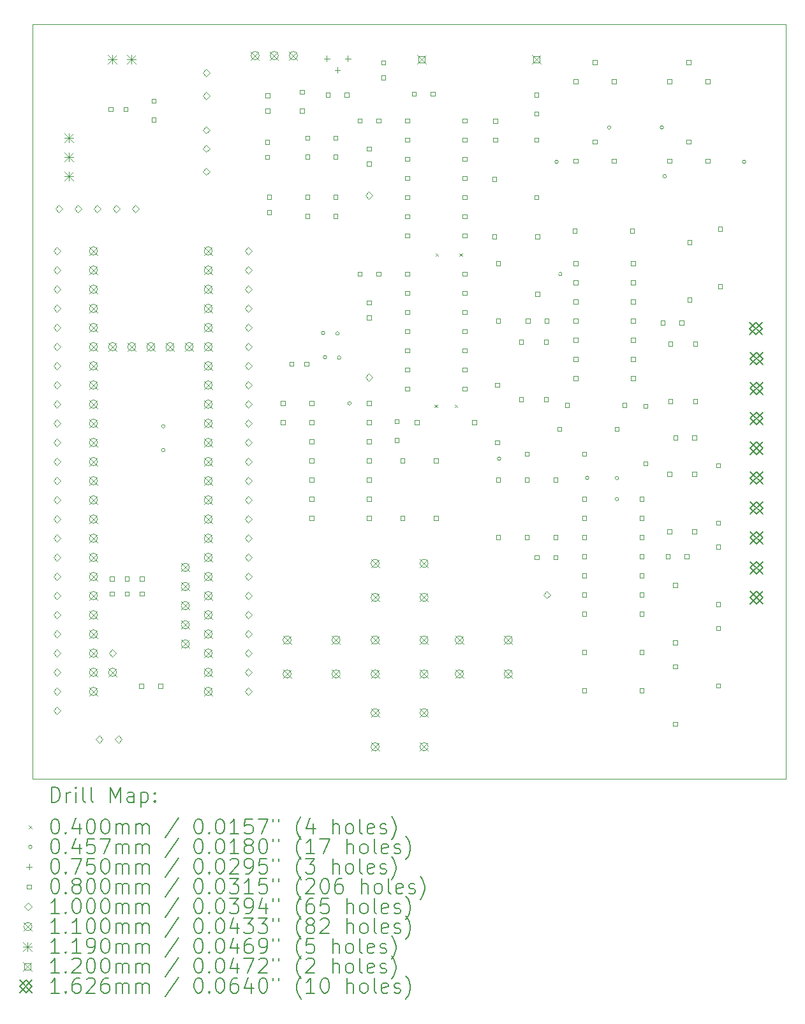
<source format=gbr>
%FSLAX45Y45*%
G04 Gerber Fmt 4.5, Leading zero omitted, Abs format (unit mm)*
G04 Created by KiCad (PCBNEW (6.0.2)) date 2022-07-25 17:11:50*
%MOMM*%
%LPD*%
G01*
G04 APERTURE LIST*
%TA.AperFunction,Profile*%
%ADD10C,0.050000*%
%TD*%
%ADD11C,0.200000*%
%ADD12C,0.040000*%
%ADD13C,0.045720*%
%ADD14C,0.075000*%
%ADD15C,0.080000*%
%ADD16C,0.100000*%
%ADD17C,0.110000*%
%ADD18C,0.119000*%
%ADD19C,0.120000*%
%ADD20C,0.162560*%
G04 APERTURE END LIST*
D10*
X3150000Y-8250000D02*
X13150000Y-8250000D01*
X13150000Y-8250000D02*
X13150000Y-18250000D01*
X13150000Y-18250000D02*
X3150000Y-18250000D01*
X3150000Y-18250000D02*
X3150000Y-8250000D01*
D11*
D12*
X8489000Y-13289600D02*
X8529000Y-13329600D01*
X8529000Y-13289600D02*
X8489000Y-13329600D01*
X8501700Y-11283000D02*
X8541700Y-11323000D01*
X8541700Y-11283000D02*
X8501700Y-11323000D01*
X8755700Y-13289600D02*
X8795700Y-13329600D01*
X8795700Y-13289600D02*
X8755700Y-13329600D01*
X8819200Y-11283000D02*
X8859200Y-11323000D01*
X8859200Y-11283000D02*
X8819200Y-11323000D01*
D13*
X4912360Y-13576300D02*
G75*
G03*
X4912360Y-13576300I-22860J0D01*
G01*
X4912360Y-13893800D02*
G75*
G03*
X4912360Y-13893800I-22860J0D01*
G01*
X7033261Y-12339321D02*
G75*
G03*
X7033261Y-12339321I-22860J0D01*
G01*
X7058660Y-12661900D02*
G75*
G03*
X7058660Y-12661900I-22860J0D01*
G01*
X7223761Y-12346941D02*
G75*
G03*
X7223761Y-12346941I-22860J0D01*
G01*
X7246621Y-12666981D02*
G75*
G03*
X7246621Y-12666981I-22860J0D01*
G01*
X7383781Y-13271501D02*
G75*
G03*
X7383781Y-13271501I-22860J0D01*
G01*
X9370060Y-14008100D02*
G75*
G03*
X9370060Y-14008100I-22860J0D01*
G01*
X10132060Y-10071100D02*
G75*
G03*
X10132060Y-10071100I-22860J0D01*
G01*
X10182860Y-11557000D02*
G75*
G03*
X10182860Y-11557000I-22860J0D01*
G01*
X10538460Y-14262100D02*
G75*
G03*
X10538460Y-14262100I-22860J0D01*
G01*
X10830560Y-9613900D02*
G75*
G03*
X10830560Y-9613900I-22860J0D01*
G01*
X10934050Y-14262100D02*
G75*
G03*
X10934050Y-14262100I-22860J0D01*
G01*
X10934050Y-14541500D02*
G75*
G03*
X10934050Y-14541500I-22860J0D01*
G01*
X11529060Y-9613900D02*
G75*
G03*
X11529060Y-9613900I-22860J0D01*
G01*
X11567160Y-10261600D02*
G75*
G03*
X11567160Y-10261600I-22860J0D01*
G01*
X12621260Y-10071100D02*
G75*
G03*
X12621260Y-10071100I-22860J0D01*
G01*
D14*
X7061200Y-8662000D02*
X7061200Y-8737000D01*
X7023700Y-8699500D02*
X7098700Y-8699500D01*
X7200900Y-8814400D02*
X7200900Y-8889400D01*
X7163400Y-8851900D02*
X7238400Y-8851900D01*
X7340600Y-8662000D02*
X7340600Y-8737000D01*
X7303100Y-8699500D02*
X7378100Y-8699500D01*
D15*
X4219285Y-9400885D02*
X4219285Y-9344316D01*
X4162715Y-9344316D01*
X4162715Y-9400885D01*
X4219285Y-9400885D01*
X4234525Y-15625484D02*
X4234525Y-15568915D01*
X4177955Y-15568915D01*
X4177955Y-15625484D01*
X4234525Y-15625484D01*
X4234525Y-15825484D02*
X4234525Y-15768915D01*
X4177955Y-15768915D01*
X4177955Y-15825484D01*
X4234525Y-15825484D01*
X4419285Y-9400885D02*
X4419285Y-9344316D01*
X4362716Y-9344316D01*
X4362716Y-9400885D01*
X4419285Y-9400885D01*
X4434525Y-15625484D02*
X4434525Y-15568915D01*
X4377956Y-15568915D01*
X4377956Y-15625484D01*
X4434525Y-15625484D01*
X4434525Y-15825484D02*
X4434525Y-15768915D01*
X4377956Y-15768915D01*
X4377956Y-15825484D01*
X4434525Y-15825484D01*
X4625685Y-17049485D02*
X4625685Y-16992916D01*
X4569116Y-16992916D01*
X4569116Y-17049485D01*
X4625685Y-17049485D01*
X4634525Y-15625484D02*
X4634525Y-15568915D01*
X4577956Y-15568915D01*
X4577956Y-15625484D01*
X4634525Y-15625484D01*
X4634525Y-15825484D02*
X4634525Y-15768915D01*
X4577956Y-15768915D01*
X4577956Y-15825484D01*
X4634525Y-15825484D01*
X4790785Y-9290585D02*
X4790785Y-9234016D01*
X4734216Y-9234016D01*
X4734216Y-9290585D01*
X4790785Y-9290585D01*
X4790785Y-9540585D02*
X4790785Y-9484016D01*
X4734216Y-9484016D01*
X4734216Y-9540585D01*
X4790785Y-9540585D01*
X4879685Y-17049485D02*
X4879685Y-16992916D01*
X4823116Y-16992916D01*
X4823116Y-17049485D01*
X4879685Y-17049485D01*
X6297004Y-9835693D02*
X6297004Y-9779124D01*
X6240435Y-9779124D01*
X6240435Y-9835693D01*
X6297004Y-9835693D01*
X6297004Y-10035693D02*
X6297004Y-9979124D01*
X6240435Y-9979124D01*
X6240435Y-10035693D01*
X6297004Y-10035693D01*
X6302084Y-9220005D02*
X6302084Y-9163436D01*
X6245515Y-9163436D01*
X6245515Y-9220005D01*
X6302084Y-9220005D01*
X6302084Y-9420005D02*
X6302084Y-9363436D01*
X6245515Y-9363436D01*
X6245515Y-9420005D01*
X6302084Y-9420005D01*
X6322404Y-10566205D02*
X6322404Y-10509636D01*
X6265835Y-10509636D01*
X6265835Y-10566205D01*
X6322404Y-10566205D01*
X6322404Y-10766205D02*
X6322404Y-10709636D01*
X6265835Y-10709636D01*
X6265835Y-10766205D01*
X6322404Y-10766205D01*
X6505284Y-13301784D02*
X6505284Y-13245215D01*
X6448715Y-13245215D01*
X6448715Y-13301784D01*
X6505284Y-13301784D01*
X6505284Y-13551784D02*
X6505284Y-13495215D01*
X6448715Y-13495215D01*
X6448715Y-13551784D01*
X6505284Y-13551784D01*
X6619584Y-12779084D02*
X6619584Y-12722515D01*
X6563015Y-12722515D01*
X6563015Y-12779084D01*
X6619584Y-12779084D01*
X6759284Y-9172285D02*
X6759284Y-9115716D01*
X6702715Y-9115716D01*
X6702715Y-9172285D01*
X6759284Y-9172285D01*
X6759284Y-9422285D02*
X6759284Y-9365716D01*
X6702715Y-9365716D01*
X6702715Y-9422285D01*
X6759284Y-9422285D01*
X6819584Y-12779084D02*
X6819584Y-12722515D01*
X6763015Y-12722515D01*
X6763015Y-12779084D01*
X6819584Y-12779084D01*
X6830404Y-9780805D02*
X6830404Y-9724236D01*
X6773835Y-9724236D01*
X6773835Y-9780805D01*
X6830404Y-9780805D01*
X6830404Y-10030805D02*
X6830404Y-9974236D01*
X6773835Y-9974236D01*
X6773835Y-10030805D01*
X6830404Y-10030805D01*
X6830404Y-10566205D02*
X6830404Y-10509636D01*
X6773835Y-10509636D01*
X6773835Y-10566205D01*
X6830404Y-10566205D01*
X6830404Y-10816205D02*
X6830404Y-10759636D01*
X6773835Y-10759636D01*
X6773835Y-10816205D01*
X6830404Y-10816205D01*
X6886284Y-13299784D02*
X6886284Y-13243215D01*
X6829715Y-13243215D01*
X6829715Y-13299784D01*
X6886284Y-13299784D01*
X6886284Y-13553784D02*
X6886284Y-13497215D01*
X6829715Y-13497215D01*
X6829715Y-13553784D01*
X6886284Y-13553784D01*
X6886284Y-13807784D02*
X6886284Y-13751215D01*
X6829715Y-13751215D01*
X6829715Y-13807784D01*
X6886284Y-13807784D01*
X6886284Y-14061784D02*
X6886284Y-14005215D01*
X6829715Y-14005215D01*
X6829715Y-14061784D01*
X6886284Y-14061784D01*
X6886284Y-14315784D02*
X6886284Y-14259215D01*
X6829715Y-14259215D01*
X6829715Y-14315784D01*
X6886284Y-14315784D01*
X6886284Y-14569784D02*
X6886284Y-14513215D01*
X6829715Y-14513215D01*
X6829715Y-14569784D01*
X6886284Y-14569784D01*
X6886284Y-14823784D02*
X6886284Y-14767215D01*
X6829715Y-14767215D01*
X6829715Y-14823784D01*
X6886284Y-14823784D01*
X7102184Y-9210385D02*
X7102184Y-9153816D01*
X7045615Y-9153816D01*
X7045615Y-9210385D01*
X7102184Y-9210385D01*
X7203784Y-9780805D02*
X7203784Y-9724236D01*
X7147215Y-9724236D01*
X7147215Y-9780805D01*
X7203784Y-9780805D01*
X7203784Y-10030805D02*
X7203784Y-9974236D01*
X7147215Y-9974236D01*
X7147215Y-10030805D01*
X7203784Y-10030805D01*
X7203784Y-10566205D02*
X7203784Y-10509636D01*
X7147215Y-10509636D01*
X7147215Y-10566205D01*
X7203784Y-10566205D01*
X7203784Y-10816205D02*
X7203784Y-10759636D01*
X7147215Y-10759636D01*
X7147215Y-10816205D01*
X7203784Y-10816205D01*
X7352184Y-9210385D02*
X7352184Y-9153816D01*
X7295615Y-9153816D01*
X7295615Y-9210385D01*
X7352184Y-9210385D01*
X7525284Y-9553285D02*
X7525284Y-9496716D01*
X7468715Y-9496716D01*
X7468715Y-9553285D01*
X7525284Y-9553285D01*
X7525284Y-11585284D02*
X7525284Y-11528715D01*
X7468715Y-11528715D01*
X7468715Y-11585284D01*
X7525284Y-11585284D01*
X7648284Y-9924785D02*
X7648284Y-9868216D01*
X7591715Y-9868216D01*
X7591715Y-9924785D01*
X7648284Y-9924785D01*
X7648284Y-10124785D02*
X7648284Y-10068216D01*
X7591715Y-10068216D01*
X7591715Y-10124785D01*
X7648284Y-10124785D01*
X7648284Y-11966284D02*
X7648284Y-11909715D01*
X7591715Y-11909715D01*
X7591715Y-11966284D01*
X7648284Y-11966284D01*
X7648284Y-12166284D02*
X7648284Y-12109715D01*
X7591715Y-12109715D01*
X7591715Y-12166284D01*
X7648284Y-12166284D01*
X7648284Y-13299784D02*
X7648284Y-13243215D01*
X7591715Y-13243215D01*
X7591715Y-13299784D01*
X7648284Y-13299784D01*
X7648284Y-13553784D02*
X7648284Y-13497215D01*
X7591715Y-13497215D01*
X7591715Y-13553784D01*
X7648284Y-13553784D01*
X7648284Y-13807784D02*
X7648284Y-13751215D01*
X7591715Y-13751215D01*
X7591715Y-13807784D01*
X7648284Y-13807784D01*
X7648284Y-14061784D02*
X7648284Y-14005215D01*
X7591715Y-14005215D01*
X7591715Y-14061784D01*
X7648284Y-14061784D01*
X7648284Y-14315784D02*
X7648284Y-14259215D01*
X7591715Y-14259215D01*
X7591715Y-14315784D01*
X7648284Y-14315784D01*
X7648284Y-14569784D02*
X7648284Y-14513215D01*
X7591715Y-14513215D01*
X7591715Y-14569784D01*
X7648284Y-14569784D01*
X7648284Y-14823784D02*
X7648284Y-14767215D01*
X7591715Y-14767215D01*
X7591715Y-14823784D01*
X7648284Y-14823784D01*
X7775284Y-9553285D02*
X7775284Y-9496716D01*
X7718715Y-9496716D01*
X7718715Y-9553285D01*
X7775284Y-9553285D01*
X7775284Y-11585284D02*
X7775284Y-11528715D01*
X7718715Y-11528715D01*
X7718715Y-11585284D01*
X7775284Y-11585284D01*
X7838784Y-8781785D02*
X7838784Y-8725216D01*
X7782215Y-8725216D01*
X7782215Y-8781785D01*
X7838784Y-8781785D01*
X7838784Y-8981785D02*
X7838784Y-8925216D01*
X7782215Y-8925216D01*
X7782215Y-8981785D01*
X7838784Y-8981785D01*
X8016584Y-13541084D02*
X8016584Y-13484515D01*
X7960015Y-13484515D01*
X7960015Y-13541084D01*
X8016584Y-13541084D01*
X8016584Y-13791084D02*
X8016584Y-13734515D01*
X7960015Y-13734515D01*
X7960015Y-13791084D01*
X8016584Y-13791084D01*
X8092784Y-14061784D02*
X8092784Y-14005215D01*
X8036215Y-14005215D01*
X8036215Y-14061784D01*
X8092784Y-14061784D01*
X8092784Y-14823784D02*
X8092784Y-14767215D01*
X8036215Y-14767215D01*
X8036215Y-14823784D01*
X8092784Y-14823784D01*
X8156284Y-9553285D02*
X8156284Y-9496716D01*
X8099715Y-9496716D01*
X8099715Y-9553285D01*
X8156284Y-9553285D01*
X8156284Y-9807285D02*
X8156284Y-9750716D01*
X8099715Y-9750716D01*
X8099715Y-9807285D01*
X8156284Y-9807285D01*
X8156284Y-10061285D02*
X8156284Y-10004716D01*
X8099715Y-10004716D01*
X8099715Y-10061285D01*
X8156284Y-10061285D01*
X8156284Y-10315285D02*
X8156284Y-10258716D01*
X8099715Y-10258716D01*
X8099715Y-10315285D01*
X8156284Y-10315285D01*
X8156284Y-10569285D02*
X8156284Y-10512716D01*
X8099715Y-10512716D01*
X8099715Y-10569285D01*
X8156284Y-10569285D01*
X8156284Y-10823285D02*
X8156284Y-10766716D01*
X8099715Y-10766716D01*
X8099715Y-10823285D01*
X8156284Y-10823285D01*
X8156284Y-11077285D02*
X8156284Y-11020716D01*
X8099715Y-11020716D01*
X8099715Y-11077285D01*
X8156284Y-11077285D01*
X8156284Y-11585284D02*
X8156284Y-11528715D01*
X8099715Y-11528715D01*
X8099715Y-11585284D01*
X8156284Y-11585284D01*
X8156284Y-11839284D02*
X8156284Y-11782715D01*
X8099715Y-11782715D01*
X8099715Y-11839284D01*
X8156284Y-11839284D01*
X8156284Y-12093284D02*
X8156284Y-12036715D01*
X8099715Y-12036715D01*
X8099715Y-12093284D01*
X8156284Y-12093284D01*
X8156284Y-12347284D02*
X8156284Y-12290715D01*
X8099715Y-12290715D01*
X8099715Y-12347284D01*
X8156284Y-12347284D01*
X8156284Y-12601284D02*
X8156284Y-12544715D01*
X8099715Y-12544715D01*
X8099715Y-12601284D01*
X8156284Y-12601284D01*
X8156284Y-12855284D02*
X8156284Y-12798715D01*
X8099715Y-12798715D01*
X8099715Y-12855284D01*
X8156284Y-12855284D01*
X8156284Y-13109284D02*
X8156284Y-13052715D01*
X8099715Y-13052715D01*
X8099715Y-13109284D01*
X8156284Y-13109284D01*
X8245184Y-9197685D02*
X8245184Y-9141116D01*
X8188615Y-9141116D01*
X8188615Y-9197685D01*
X8245184Y-9197685D01*
X8283284Y-13553784D02*
X8283284Y-13497215D01*
X8226715Y-13497215D01*
X8226715Y-13553784D01*
X8283284Y-13553784D01*
X8495185Y-9197685D02*
X8495185Y-9141116D01*
X8438616Y-9141116D01*
X8438616Y-9197685D01*
X8495185Y-9197685D01*
X8537285Y-14061784D02*
X8537285Y-14005215D01*
X8480716Y-14005215D01*
X8480716Y-14061784D01*
X8537285Y-14061784D01*
X8537285Y-14823784D02*
X8537285Y-14767215D01*
X8480716Y-14767215D01*
X8480716Y-14823784D01*
X8537285Y-14823784D01*
X8918285Y-9553285D02*
X8918285Y-9496716D01*
X8861716Y-9496716D01*
X8861716Y-9553285D01*
X8918285Y-9553285D01*
X8918285Y-9807285D02*
X8918285Y-9750716D01*
X8861716Y-9750716D01*
X8861716Y-9807285D01*
X8918285Y-9807285D01*
X8918285Y-10061285D02*
X8918285Y-10004716D01*
X8861716Y-10004716D01*
X8861716Y-10061285D01*
X8918285Y-10061285D01*
X8918285Y-10315285D02*
X8918285Y-10258716D01*
X8861716Y-10258716D01*
X8861716Y-10315285D01*
X8918285Y-10315285D01*
X8918285Y-10569285D02*
X8918285Y-10512716D01*
X8861716Y-10512716D01*
X8861716Y-10569285D01*
X8918285Y-10569285D01*
X8918285Y-10823285D02*
X8918285Y-10766716D01*
X8861716Y-10766716D01*
X8861716Y-10823285D01*
X8918285Y-10823285D01*
X8918285Y-11077285D02*
X8918285Y-11020716D01*
X8861716Y-11020716D01*
X8861716Y-11077285D01*
X8918285Y-11077285D01*
X8918285Y-11585284D02*
X8918285Y-11528715D01*
X8861716Y-11528715D01*
X8861716Y-11585284D01*
X8918285Y-11585284D01*
X8918285Y-11839284D02*
X8918285Y-11782715D01*
X8861716Y-11782715D01*
X8861716Y-11839284D01*
X8918285Y-11839284D01*
X8918285Y-12093284D02*
X8918285Y-12036715D01*
X8861716Y-12036715D01*
X8861716Y-12093284D01*
X8918285Y-12093284D01*
X8918285Y-12347284D02*
X8918285Y-12290715D01*
X8861716Y-12290715D01*
X8861716Y-12347284D01*
X8918285Y-12347284D01*
X8918285Y-12601284D02*
X8918285Y-12544715D01*
X8861716Y-12544715D01*
X8861716Y-12601284D01*
X8918285Y-12601284D01*
X8918285Y-12855284D02*
X8918285Y-12798715D01*
X8861716Y-12798715D01*
X8861716Y-12855284D01*
X8918285Y-12855284D01*
X8918285Y-13109284D02*
X8918285Y-13052715D01*
X8861716Y-13052715D01*
X8861716Y-13109284D01*
X8918285Y-13109284D01*
X9045285Y-13553784D02*
X9045285Y-13497215D01*
X8988716Y-13497215D01*
X8988716Y-13553784D01*
X9045285Y-13553784D01*
X9311985Y-10327985D02*
X9311985Y-10271416D01*
X9255416Y-10271416D01*
X9255416Y-10327985D01*
X9311985Y-10327985D01*
X9311985Y-11089985D02*
X9311985Y-11033416D01*
X9255416Y-11033416D01*
X9255416Y-11089985D01*
X9311985Y-11089985D01*
X9324685Y-9557285D02*
X9324685Y-9500716D01*
X9268116Y-9500716D01*
X9268116Y-9557285D01*
X9324685Y-9557285D01*
X9324685Y-9807285D02*
X9324685Y-9750716D01*
X9268116Y-9750716D01*
X9268116Y-9807285D01*
X9324685Y-9807285D01*
X9350085Y-13058484D02*
X9350085Y-13001915D01*
X9293516Y-13001915D01*
X9293516Y-13058484D01*
X9350085Y-13058484D01*
X9350085Y-13820484D02*
X9350085Y-13763915D01*
X9293516Y-13763915D01*
X9293516Y-13820484D01*
X9350085Y-13820484D01*
X9362785Y-11445584D02*
X9362785Y-11389015D01*
X9306216Y-11389015D01*
X9306216Y-11445584D01*
X9362785Y-11445584D01*
X9362785Y-12207584D02*
X9362785Y-12151015D01*
X9306216Y-12151015D01*
X9306216Y-12207584D01*
X9362785Y-12207584D01*
X9362785Y-14315784D02*
X9362785Y-14259215D01*
X9306216Y-14259215D01*
X9306216Y-14315784D01*
X9362785Y-14315784D01*
X9362785Y-15077784D02*
X9362785Y-15021215D01*
X9306216Y-15021215D01*
X9306216Y-15077784D01*
X9362785Y-15077784D01*
X9667585Y-12486984D02*
X9667585Y-12430415D01*
X9611016Y-12430415D01*
X9611016Y-12486984D01*
X9667585Y-12486984D01*
X9667585Y-13248984D02*
X9667585Y-13192415D01*
X9611016Y-13192415D01*
X9611016Y-13248984D01*
X9667585Y-13248984D01*
X9743785Y-13972884D02*
X9743785Y-13916315D01*
X9687216Y-13916315D01*
X9687216Y-13972884D01*
X9743785Y-13972884D01*
X9743785Y-14315784D02*
X9743785Y-14259215D01*
X9687216Y-14259215D01*
X9687216Y-14315784D01*
X9743785Y-14315784D01*
X9743785Y-15077784D02*
X9743785Y-15021215D01*
X9687216Y-15021215D01*
X9687216Y-15077784D01*
X9743785Y-15077784D01*
X9756485Y-12207584D02*
X9756485Y-12151015D01*
X9699916Y-12151015D01*
X9699916Y-12207584D01*
X9756485Y-12207584D01*
X9870785Y-9210385D02*
X9870785Y-9153816D01*
X9814216Y-9153816D01*
X9814216Y-9210385D01*
X9870785Y-9210385D01*
X9870785Y-9460385D02*
X9870785Y-9403816D01*
X9814216Y-9403816D01*
X9814216Y-9460385D01*
X9870785Y-9460385D01*
X9870785Y-9807285D02*
X9870785Y-9750716D01*
X9814216Y-9750716D01*
X9814216Y-9807285D01*
X9870785Y-9807285D01*
X9870785Y-10569285D02*
X9870785Y-10512716D01*
X9814216Y-10512716D01*
X9814216Y-10569285D01*
X9870785Y-10569285D01*
X9874785Y-15344484D02*
X9874785Y-15287915D01*
X9818216Y-15287915D01*
X9818216Y-15344484D01*
X9874785Y-15344484D01*
X9883485Y-11089985D02*
X9883485Y-11033416D01*
X9826916Y-11033416D01*
X9826916Y-11089985D01*
X9883485Y-11089985D01*
X9883485Y-11851984D02*
X9883485Y-11795415D01*
X9826916Y-11795415D01*
X9826916Y-11851984D01*
X9883485Y-11851984D01*
X9997785Y-12486984D02*
X9997785Y-12430415D01*
X9941216Y-12430415D01*
X9941216Y-12486984D01*
X9997785Y-12486984D01*
X9997785Y-13248984D02*
X9997785Y-13192415D01*
X9941216Y-13192415D01*
X9941216Y-13248984D01*
X9997785Y-13248984D01*
X10006485Y-12207584D02*
X10006485Y-12151015D01*
X9949916Y-12151015D01*
X9949916Y-12207584D01*
X10006485Y-12207584D01*
X10124785Y-14315784D02*
X10124785Y-14259215D01*
X10068216Y-14259215D01*
X10068216Y-14315784D01*
X10124785Y-14315784D01*
X10124785Y-15077784D02*
X10124785Y-15021215D01*
X10068216Y-15021215D01*
X10068216Y-15077784D01*
X10124785Y-15077784D01*
X10124785Y-15344484D02*
X10124785Y-15287915D01*
X10068216Y-15287915D01*
X10068216Y-15344484D01*
X10124785Y-15344484D01*
X10175585Y-13642684D02*
X10175585Y-13586115D01*
X10119016Y-13586115D01*
X10119016Y-13642684D01*
X10175585Y-13642684D01*
X10277185Y-13325184D02*
X10277185Y-13268615D01*
X10220616Y-13268615D01*
X10220616Y-13325184D01*
X10277185Y-13325184D01*
X10378785Y-11013785D02*
X10378785Y-10957216D01*
X10322216Y-10957216D01*
X10322216Y-11013785D01*
X10378785Y-11013785D01*
X10391485Y-9032585D02*
X10391485Y-8976016D01*
X10334916Y-8976016D01*
X10334916Y-9032585D01*
X10391485Y-9032585D01*
X10391485Y-10086685D02*
X10391485Y-10030116D01*
X10334916Y-10030116D01*
X10334916Y-10086685D01*
X10391485Y-10086685D01*
X10391485Y-11445584D02*
X10391485Y-11389015D01*
X10334916Y-11389015D01*
X10334916Y-11445584D01*
X10391485Y-11445584D01*
X10391485Y-11699584D02*
X10391485Y-11643015D01*
X10334916Y-11643015D01*
X10334916Y-11699584D01*
X10391485Y-11699584D01*
X10391485Y-11953584D02*
X10391485Y-11897015D01*
X10334916Y-11897015D01*
X10334916Y-11953584D01*
X10391485Y-11953584D01*
X10391485Y-12207584D02*
X10391485Y-12151015D01*
X10334916Y-12151015D01*
X10334916Y-12207584D01*
X10391485Y-12207584D01*
X10391485Y-12461584D02*
X10391485Y-12405015D01*
X10334916Y-12405015D01*
X10334916Y-12461584D01*
X10391485Y-12461584D01*
X10391485Y-12715584D02*
X10391485Y-12659015D01*
X10334916Y-12659015D01*
X10334916Y-12715584D01*
X10391485Y-12715584D01*
X10391485Y-12969584D02*
X10391485Y-12913015D01*
X10334916Y-12913015D01*
X10334916Y-12969584D01*
X10391485Y-12969584D01*
X10505785Y-13972884D02*
X10505785Y-13916315D01*
X10449216Y-13916315D01*
X10449216Y-13972884D01*
X10505785Y-13972884D01*
X10505785Y-14569784D02*
X10505785Y-14513215D01*
X10449216Y-14513215D01*
X10449216Y-14569784D01*
X10505785Y-14569784D01*
X10505785Y-14823784D02*
X10505785Y-14767215D01*
X10449216Y-14767215D01*
X10449216Y-14823784D01*
X10505785Y-14823784D01*
X10505785Y-15077784D02*
X10505785Y-15021215D01*
X10449216Y-15021215D01*
X10449216Y-15077784D01*
X10505785Y-15077784D01*
X10505785Y-15331784D02*
X10505785Y-15275215D01*
X10449216Y-15275215D01*
X10449216Y-15331784D01*
X10505785Y-15331784D01*
X10505785Y-15585784D02*
X10505785Y-15529215D01*
X10449216Y-15529215D01*
X10449216Y-15585784D01*
X10505785Y-15585784D01*
X10505785Y-15839784D02*
X10505785Y-15783215D01*
X10449216Y-15783215D01*
X10449216Y-15839784D01*
X10505785Y-15839784D01*
X10505785Y-16093784D02*
X10505785Y-16037215D01*
X10449216Y-16037215D01*
X10449216Y-16093784D01*
X10505785Y-16093784D01*
X10505785Y-16601784D02*
X10505785Y-16545215D01*
X10449216Y-16545215D01*
X10449216Y-16601784D01*
X10505785Y-16601784D01*
X10505785Y-17109785D02*
X10505785Y-17053216D01*
X10449216Y-17053216D01*
X10449216Y-17109785D01*
X10505785Y-17109785D01*
X10645485Y-8778585D02*
X10645485Y-8722016D01*
X10588916Y-8722016D01*
X10588916Y-8778585D01*
X10645485Y-8778585D01*
X10645485Y-9832685D02*
X10645485Y-9776116D01*
X10588916Y-9776116D01*
X10588916Y-9832685D01*
X10645485Y-9832685D01*
X10899485Y-9032585D02*
X10899485Y-8976016D01*
X10842916Y-8976016D01*
X10842916Y-9032585D01*
X10899485Y-9032585D01*
X10899485Y-10086685D02*
X10899485Y-10030116D01*
X10842916Y-10030116D01*
X10842916Y-10086685D01*
X10899485Y-10086685D01*
X10937585Y-13642684D02*
X10937585Y-13586115D01*
X10881016Y-13586115D01*
X10881016Y-13642684D01*
X10937585Y-13642684D01*
X11039185Y-13325184D02*
X11039185Y-13268615D01*
X10982616Y-13268615D01*
X10982616Y-13325184D01*
X11039185Y-13325184D01*
X11140785Y-11013785D02*
X11140785Y-10957216D01*
X11084216Y-10957216D01*
X11084216Y-11013785D01*
X11140785Y-11013785D01*
X11153485Y-11445584D02*
X11153485Y-11389015D01*
X11096916Y-11389015D01*
X11096916Y-11445584D01*
X11153485Y-11445584D01*
X11153485Y-11699584D02*
X11153485Y-11643015D01*
X11096916Y-11643015D01*
X11096916Y-11699584D01*
X11153485Y-11699584D01*
X11153485Y-11953584D02*
X11153485Y-11897015D01*
X11096916Y-11897015D01*
X11096916Y-11953584D01*
X11153485Y-11953584D01*
X11153485Y-12207584D02*
X11153485Y-12151015D01*
X11096916Y-12151015D01*
X11096916Y-12207584D01*
X11153485Y-12207584D01*
X11153485Y-12461584D02*
X11153485Y-12405015D01*
X11096916Y-12405015D01*
X11096916Y-12461584D01*
X11153485Y-12461584D01*
X11153485Y-12715584D02*
X11153485Y-12659015D01*
X11096916Y-12659015D01*
X11096916Y-12715584D01*
X11153485Y-12715584D01*
X11153485Y-12969584D02*
X11153485Y-12913015D01*
X11096916Y-12913015D01*
X11096916Y-12969584D01*
X11153485Y-12969584D01*
X11267784Y-14569784D02*
X11267784Y-14513215D01*
X11211215Y-14513215D01*
X11211215Y-14569784D01*
X11267784Y-14569784D01*
X11267784Y-14823784D02*
X11267784Y-14767215D01*
X11211215Y-14767215D01*
X11211215Y-14823784D01*
X11267784Y-14823784D01*
X11267784Y-15077784D02*
X11267784Y-15021215D01*
X11211215Y-15021215D01*
X11211215Y-15077784D01*
X11267784Y-15077784D01*
X11267784Y-15331784D02*
X11267784Y-15275215D01*
X11211215Y-15275215D01*
X11211215Y-15331784D01*
X11267784Y-15331784D01*
X11267784Y-15585784D02*
X11267784Y-15529215D01*
X11211215Y-15529215D01*
X11211215Y-15585784D01*
X11267784Y-15585784D01*
X11267784Y-15839784D02*
X11267784Y-15783215D01*
X11211215Y-15783215D01*
X11211215Y-15839784D01*
X11267784Y-15839784D01*
X11267784Y-16093784D02*
X11267784Y-16037215D01*
X11211215Y-16037215D01*
X11211215Y-16093784D01*
X11267784Y-16093784D01*
X11267784Y-16601784D02*
X11267784Y-16545215D01*
X11211215Y-16545215D01*
X11211215Y-16601784D01*
X11267784Y-16601784D01*
X11267784Y-17109785D02*
X11267784Y-17053216D01*
X11211215Y-17053216D01*
X11211215Y-17109785D01*
X11267784Y-17109785D01*
X11318584Y-13337884D02*
X11318584Y-13281315D01*
X11262015Y-13281315D01*
X11262015Y-13337884D01*
X11318584Y-13337884D01*
X11318584Y-14099884D02*
X11318584Y-14043315D01*
X11262015Y-14043315D01*
X11262015Y-14099884D01*
X11318584Y-14099884D01*
X11547184Y-12232984D02*
X11547184Y-12176415D01*
X11490615Y-12176415D01*
X11490615Y-12232984D01*
X11547184Y-12232984D01*
X11614684Y-15331784D02*
X11614684Y-15275215D01*
X11558115Y-15275215D01*
X11558115Y-15331784D01*
X11614684Y-15331784D01*
X11636084Y-9032585D02*
X11636084Y-8976016D01*
X11579515Y-8976016D01*
X11579515Y-9032585D01*
X11636084Y-9032585D01*
X11636084Y-10086685D02*
X11636084Y-10030116D01*
X11579515Y-10030116D01*
X11579515Y-10086685D01*
X11636084Y-10086685D01*
X11636084Y-14239584D02*
X11636084Y-14183015D01*
X11579515Y-14183015D01*
X11579515Y-14239584D01*
X11636084Y-14239584D01*
X11636084Y-15001584D02*
X11636084Y-14945015D01*
X11579515Y-14945015D01*
X11579515Y-15001584D01*
X11636084Y-15001584D01*
X11648784Y-12512384D02*
X11648784Y-12455815D01*
X11592215Y-12455815D01*
X11592215Y-12512384D01*
X11648784Y-12512384D01*
X11648784Y-13274384D02*
X11648784Y-13217815D01*
X11592215Y-13217815D01*
X11592215Y-13274384D01*
X11648784Y-13274384D01*
X11712284Y-15712784D02*
X11712284Y-15656215D01*
X11655715Y-15656215D01*
X11655715Y-15712784D01*
X11712284Y-15712784D01*
X11712284Y-16474784D02*
X11712284Y-16418215D01*
X11655715Y-16418215D01*
X11655715Y-16474784D01*
X11712284Y-16474784D01*
X11712284Y-16792285D02*
X11712284Y-16735715D01*
X11655715Y-16735715D01*
X11655715Y-16792285D01*
X11712284Y-16792285D01*
X11712284Y-17554285D02*
X11712284Y-17497716D01*
X11655715Y-17497716D01*
X11655715Y-17554285D01*
X11712284Y-17554285D01*
X11716284Y-13756984D02*
X11716284Y-13700415D01*
X11659715Y-13700415D01*
X11659715Y-13756984D01*
X11716284Y-13756984D01*
X11797184Y-12232984D02*
X11797184Y-12176415D01*
X11740615Y-12176415D01*
X11740615Y-12232984D01*
X11797184Y-12232984D01*
X11864684Y-15331784D02*
X11864684Y-15275215D01*
X11808115Y-15275215D01*
X11808115Y-15331784D01*
X11864684Y-15331784D01*
X11890084Y-8778585D02*
X11890084Y-8722016D01*
X11833515Y-8722016D01*
X11833515Y-8778585D01*
X11890084Y-8778585D01*
X11890084Y-9832685D02*
X11890084Y-9776116D01*
X11833515Y-9776116D01*
X11833515Y-9832685D01*
X11890084Y-9832685D01*
X11902784Y-11166185D02*
X11902784Y-11109616D01*
X11846215Y-11109616D01*
X11846215Y-11166185D01*
X11902784Y-11166185D01*
X11902784Y-11928184D02*
X11902784Y-11871615D01*
X11846215Y-11871615D01*
X11846215Y-11928184D01*
X11902784Y-11928184D01*
X11966284Y-13756984D02*
X11966284Y-13700415D01*
X11909715Y-13700415D01*
X11909715Y-13756984D01*
X11966284Y-13756984D01*
X11966284Y-14239584D02*
X11966284Y-14183015D01*
X11909715Y-14183015D01*
X11909715Y-14239584D01*
X11966284Y-14239584D01*
X11966284Y-15001584D02*
X11966284Y-14945015D01*
X11909715Y-14945015D01*
X11909715Y-15001584D01*
X11966284Y-15001584D01*
X11978984Y-12512384D02*
X11978984Y-12455815D01*
X11922415Y-12455815D01*
X11922415Y-12512384D01*
X11978984Y-12512384D01*
X11978984Y-13274384D02*
X11978984Y-13217815D01*
X11922415Y-13217815D01*
X11922415Y-13274384D01*
X11978984Y-13274384D01*
X12144084Y-9032585D02*
X12144084Y-8976016D01*
X12087515Y-8976016D01*
X12087515Y-9032585D01*
X12144084Y-9032585D01*
X12144084Y-10086685D02*
X12144084Y-10030116D01*
X12087515Y-10030116D01*
X12087515Y-10086685D01*
X12144084Y-10086685D01*
X12283784Y-14125284D02*
X12283784Y-14068715D01*
X12227215Y-14068715D01*
X12227215Y-14125284D01*
X12283784Y-14125284D01*
X12283784Y-14887284D02*
X12283784Y-14830715D01*
X12227215Y-14830715D01*
X12227215Y-14887284D01*
X12283784Y-14887284D01*
X12283784Y-15204784D02*
X12283784Y-15148215D01*
X12227215Y-15148215D01*
X12227215Y-15204784D01*
X12283784Y-15204784D01*
X12283784Y-15966784D02*
X12283784Y-15910215D01*
X12227215Y-15910215D01*
X12227215Y-15966784D01*
X12283784Y-15966784D01*
X12283784Y-16284284D02*
X12283784Y-16227715D01*
X12227215Y-16227715D01*
X12227215Y-16284284D01*
X12283784Y-16284284D01*
X12283784Y-17046285D02*
X12283784Y-16989716D01*
X12227215Y-16989716D01*
X12227215Y-17046285D01*
X12283784Y-17046285D01*
X12309184Y-10988385D02*
X12309184Y-10931816D01*
X12252615Y-10931816D01*
X12252615Y-10988385D01*
X12309184Y-10988385D01*
X12309184Y-11750384D02*
X12309184Y-11693815D01*
X12252615Y-11693815D01*
X12252615Y-11750384D01*
X12309184Y-11750384D01*
D16*
X3479800Y-11302200D02*
X3529800Y-11252200D01*
X3479800Y-11202200D01*
X3429800Y-11252200D01*
X3479800Y-11302200D01*
X3479800Y-11556200D02*
X3529800Y-11506200D01*
X3479800Y-11456200D01*
X3429800Y-11506200D01*
X3479800Y-11556200D01*
X3479800Y-11810200D02*
X3529800Y-11760200D01*
X3479800Y-11710200D01*
X3429800Y-11760200D01*
X3479800Y-11810200D01*
X3479800Y-12064200D02*
X3529800Y-12014200D01*
X3479800Y-11964200D01*
X3429800Y-12014200D01*
X3479800Y-12064200D01*
X3479800Y-12318200D02*
X3529800Y-12268200D01*
X3479800Y-12218200D01*
X3429800Y-12268200D01*
X3479800Y-12318200D01*
X3479800Y-12572200D02*
X3529800Y-12522200D01*
X3479800Y-12472200D01*
X3429800Y-12522200D01*
X3479800Y-12572200D01*
X3479800Y-12826200D02*
X3529800Y-12776200D01*
X3479800Y-12726200D01*
X3429800Y-12776200D01*
X3479800Y-12826200D01*
X3479800Y-13080200D02*
X3529800Y-13030200D01*
X3479800Y-12980200D01*
X3429800Y-13030200D01*
X3479800Y-13080200D01*
X3479800Y-13334200D02*
X3529800Y-13284200D01*
X3479800Y-13234200D01*
X3429800Y-13284200D01*
X3479800Y-13334200D01*
X3479800Y-13588200D02*
X3529800Y-13538200D01*
X3479800Y-13488200D01*
X3429800Y-13538200D01*
X3479800Y-13588200D01*
X3479800Y-13842200D02*
X3529800Y-13792200D01*
X3479800Y-13742200D01*
X3429800Y-13792200D01*
X3479800Y-13842200D01*
X3479800Y-14096200D02*
X3529800Y-14046200D01*
X3479800Y-13996200D01*
X3429800Y-14046200D01*
X3479800Y-14096200D01*
X3479800Y-14350200D02*
X3529800Y-14300200D01*
X3479800Y-14250200D01*
X3429800Y-14300200D01*
X3479800Y-14350200D01*
X3479800Y-14604200D02*
X3529800Y-14554200D01*
X3479800Y-14504200D01*
X3429800Y-14554200D01*
X3479800Y-14604200D01*
X3479800Y-14858200D02*
X3529800Y-14808200D01*
X3479800Y-14758200D01*
X3429800Y-14808200D01*
X3479800Y-14858200D01*
X3479800Y-15112200D02*
X3529800Y-15062200D01*
X3479800Y-15012200D01*
X3429800Y-15062200D01*
X3479800Y-15112200D01*
X3479800Y-15366200D02*
X3529800Y-15316200D01*
X3479800Y-15266200D01*
X3429800Y-15316200D01*
X3479800Y-15366200D01*
X3479800Y-15620200D02*
X3529800Y-15570200D01*
X3479800Y-15520200D01*
X3429800Y-15570200D01*
X3479800Y-15620200D01*
X3479800Y-15874200D02*
X3529800Y-15824200D01*
X3479800Y-15774200D01*
X3429800Y-15824200D01*
X3479800Y-15874200D01*
X3479800Y-16128200D02*
X3529800Y-16078200D01*
X3479800Y-16028200D01*
X3429800Y-16078200D01*
X3479800Y-16128200D01*
X3479800Y-16382200D02*
X3529800Y-16332200D01*
X3479800Y-16282200D01*
X3429800Y-16332200D01*
X3479800Y-16382200D01*
X3479800Y-16636200D02*
X3529800Y-16586200D01*
X3479800Y-16536200D01*
X3429800Y-16586200D01*
X3479800Y-16636200D01*
X3479800Y-16890200D02*
X3529800Y-16840200D01*
X3479800Y-16790200D01*
X3429800Y-16840200D01*
X3479800Y-16890200D01*
X3479800Y-17144200D02*
X3529800Y-17094200D01*
X3479800Y-17044200D01*
X3429800Y-17094200D01*
X3479800Y-17144200D01*
X3479800Y-17398200D02*
X3529800Y-17348200D01*
X3479800Y-17298200D01*
X3429800Y-17348200D01*
X3479800Y-17398200D01*
X3505200Y-10743400D02*
X3555200Y-10693400D01*
X3505200Y-10643400D01*
X3455200Y-10693400D01*
X3505200Y-10743400D01*
X3759200Y-10743400D02*
X3809200Y-10693400D01*
X3759200Y-10643400D01*
X3709200Y-10693400D01*
X3759200Y-10743400D01*
X4013200Y-10743400D02*
X4063200Y-10693400D01*
X4013200Y-10643400D01*
X3963200Y-10693400D01*
X4013200Y-10743400D01*
X4039100Y-17779200D02*
X4089100Y-17729200D01*
X4039100Y-17679200D01*
X3989100Y-17729200D01*
X4039100Y-17779200D01*
X4216400Y-16636200D02*
X4266400Y-16586200D01*
X4216400Y-16536200D01*
X4166400Y-16586200D01*
X4216400Y-16636200D01*
X4267200Y-10743400D02*
X4317200Y-10693400D01*
X4267200Y-10643400D01*
X4217200Y-10693400D01*
X4267200Y-10743400D01*
X4293100Y-17779200D02*
X4343100Y-17729200D01*
X4293100Y-17679200D01*
X4243100Y-17729200D01*
X4293100Y-17779200D01*
X4521200Y-10743400D02*
X4571200Y-10693400D01*
X4521200Y-10643400D01*
X4471200Y-10693400D01*
X4521200Y-10743400D01*
X5461000Y-8940000D02*
X5511000Y-8890000D01*
X5461000Y-8840000D01*
X5411000Y-8890000D01*
X5461000Y-8940000D01*
X5461000Y-9244800D02*
X5511000Y-9194800D01*
X5461000Y-9144800D01*
X5411000Y-9194800D01*
X5461000Y-9244800D01*
X5461000Y-9697300D02*
X5511000Y-9647300D01*
X5461000Y-9597300D01*
X5411000Y-9647300D01*
X5461000Y-9697300D01*
X5461000Y-9942600D02*
X5511000Y-9892600D01*
X5461000Y-9842600D01*
X5411000Y-9892600D01*
X5461000Y-9942600D01*
X5461000Y-10247400D02*
X5511000Y-10197400D01*
X5461000Y-10147400D01*
X5411000Y-10197400D01*
X5461000Y-10247400D01*
X6019800Y-11302200D02*
X6069800Y-11252200D01*
X6019800Y-11202200D01*
X5969800Y-11252200D01*
X6019800Y-11302200D01*
X6019800Y-11556200D02*
X6069800Y-11506200D01*
X6019800Y-11456200D01*
X5969800Y-11506200D01*
X6019800Y-11556200D01*
X6019800Y-11810200D02*
X6069800Y-11760200D01*
X6019800Y-11710200D01*
X5969800Y-11760200D01*
X6019800Y-11810200D01*
X6019800Y-12064200D02*
X6069800Y-12014200D01*
X6019800Y-11964200D01*
X5969800Y-12014200D01*
X6019800Y-12064200D01*
X6019800Y-12318200D02*
X6069800Y-12268200D01*
X6019800Y-12218200D01*
X5969800Y-12268200D01*
X6019800Y-12318200D01*
X6019800Y-12572200D02*
X6069800Y-12522200D01*
X6019800Y-12472200D01*
X5969800Y-12522200D01*
X6019800Y-12572200D01*
X6019800Y-12826200D02*
X6069800Y-12776200D01*
X6019800Y-12726200D01*
X5969800Y-12776200D01*
X6019800Y-12826200D01*
X6019800Y-13080200D02*
X6069800Y-13030200D01*
X6019800Y-12980200D01*
X5969800Y-13030200D01*
X6019800Y-13080200D01*
X6019800Y-13334200D02*
X6069800Y-13284200D01*
X6019800Y-13234200D01*
X5969800Y-13284200D01*
X6019800Y-13334200D01*
X6019800Y-13588200D02*
X6069800Y-13538200D01*
X6019800Y-13488200D01*
X5969800Y-13538200D01*
X6019800Y-13588200D01*
X6019800Y-13842200D02*
X6069800Y-13792200D01*
X6019800Y-13742200D01*
X5969800Y-13792200D01*
X6019800Y-13842200D01*
X6019800Y-14096200D02*
X6069800Y-14046200D01*
X6019800Y-13996200D01*
X5969800Y-14046200D01*
X6019800Y-14096200D01*
X6019800Y-14350200D02*
X6069800Y-14300200D01*
X6019800Y-14250200D01*
X5969800Y-14300200D01*
X6019800Y-14350200D01*
X6019800Y-14604200D02*
X6069800Y-14554200D01*
X6019800Y-14504200D01*
X5969800Y-14554200D01*
X6019800Y-14604200D01*
X6019800Y-14858200D02*
X6069800Y-14808200D01*
X6019800Y-14758200D01*
X5969800Y-14808200D01*
X6019800Y-14858200D01*
X6019800Y-15112200D02*
X6069800Y-15062200D01*
X6019800Y-15012200D01*
X5969800Y-15062200D01*
X6019800Y-15112200D01*
X6019800Y-15366200D02*
X6069800Y-15316200D01*
X6019800Y-15266200D01*
X5969800Y-15316200D01*
X6019800Y-15366200D01*
X6019800Y-15620200D02*
X6069800Y-15570200D01*
X6019800Y-15520200D01*
X5969800Y-15570200D01*
X6019800Y-15620200D01*
X6019800Y-15874200D02*
X6069800Y-15824200D01*
X6019800Y-15774200D01*
X5969800Y-15824200D01*
X6019800Y-15874200D01*
X6019800Y-16128200D02*
X6069800Y-16078200D01*
X6019800Y-16028200D01*
X5969800Y-16078200D01*
X6019800Y-16128200D01*
X6019800Y-16382200D02*
X6069800Y-16332200D01*
X6019800Y-16282200D01*
X5969800Y-16332200D01*
X6019800Y-16382200D01*
X6019800Y-16636200D02*
X6069800Y-16586200D01*
X6019800Y-16536200D01*
X5969800Y-16586200D01*
X6019800Y-16636200D01*
X6019800Y-16890200D02*
X6069800Y-16840200D01*
X6019800Y-16790200D01*
X5969800Y-16840200D01*
X6019800Y-16890200D01*
X6019800Y-17144200D02*
X6069800Y-17094200D01*
X6019800Y-17044200D01*
X5969800Y-17094200D01*
X6019800Y-17144200D01*
X7620000Y-10565600D02*
X7670000Y-10515600D01*
X7620000Y-10465600D01*
X7570000Y-10515600D01*
X7620000Y-10565600D01*
X7620000Y-12978600D02*
X7670000Y-12928600D01*
X7620000Y-12878600D01*
X7570000Y-12928600D01*
X7620000Y-12978600D01*
X9982200Y-15861500D02*
X10032200Y-15811500D01*
X9982200Y-15761500D01*
X9932200Y-15811500D01*
X9982200Y-15861500D01*
D17*
X3907400Y-11197200D02*
X4017400Y-11307200D01*
X4017400Y-11197200D02*
X3907400Y-11307200D01*
X4017400Y-11252200D02*
G75*
G03*
X4017400Y-11252200I-55000J0D01*
G01*
X3907400Y-11451200D02*
X4017400Y-11561200D01*
X4017400Y-11451200D02*
X3907400Y-11561200D01*
X4017400Y-11506200D02*
G75*
G03*
X4017400Y-11506200I-55000J0D01*
G01*
X3907400Y-11705200D02*
X4017400Y-11815200D01*
X4017400Y-11705200D02*
X3907400Y-11815200D01*
X4017400Y-11760200D02*
G75*
G03*
X4017400Y-11760200I-55000J0D01*
G01*
X3907400Y-11959200D02*
X4017400Y-12069200D01*
X4017400Y-11959200D02*
X3907400Y-12069200D01*
X4017400Y-12014200D02*
G75*
G03*
X4017400Y-12014200I-55000J0D01*
G01*
X3907400Y-12213200D02*
X4017400Y-12323200D01*
X4017400Y-12213200D02*
X3907400Y-12323200D01*
X4017400Y-12268200D02*
G75*
G03*
X4017400Y-12268200I-55000J0D01*
G01*
X3907400Y-12467200D02*
X4017400Y-12577200D01*
X4017400Y-12467200D02*
X3907400Y-12577200D01*
X4017400Y-12522200D02*
G75*
G03*
X4017400Y-12522200I-55000J0D01*
G01*
X3907400Y-12721200D02*
X4017400Y-12831200D01*
X4017400Y-12721200D02*
X3907400Y-12831200D01*
X4017400Y-12776200D02*
G75*
G03*
X4017400Y-12776200I-55000J0D01*
G01*
X3907400Y-12975200D02*
X4017400Y-13085200D01*
X4017400Y-12975200D02*
X3907400Y-13085200D01*
X4017400Y-13030200D02*
G75*
G03*
X4017400Y-13030200I-55000J0D01*
G01*
X3907400Y-13229200D02*
X4017400Y-13339200D01*
X4017400Y-13229200D02*
X3907400Y-13339200D01*
X4017400Y-13284200D02*
G75*
G03*
X4017400Y-13284200I-55000J0D01*
G01*
X3907400Y-13483200D02*
X4017400Y-13593200D01*
X4017400Y-13483200D02*
X3907400Y-13593200D01*
X4017400Y-13538200D02*
G75*
G03*
X4017400Y-13538200I-55000J0D01*
G01*
X3907400Y-13737200D02*
X4017400Y-13847200D01*
X4017400Y-13737200D02*
X3907400Y-13847200D01*
X4017400Y-13792200D02*
G75*
G03*
X4017400Y-13792200I-55000J0D01*
G01*
X3907400Y-13991200D02*
X4017400Y-14101200D01*
X4017400Y-13991200D02*
X3907400Y-14101200D01*
X4017400Y-14046200D02*
G75*
G03*
X4017400Y-14046200I-55000J0D01*
G01*
X3907400Y-14245200D02*
X4017400Y-14355200D01*
X4017400Y-14245200D02*
X3907400Y-14355200D01*
X4017400Y-14300200D02*
G75*
G03*
X4017400Y-14300200I-55000J0D01*
G01*
X3907400Y-14499200D02*
X4017400Y-14609200D01*
X4017400Y-14499200D02*
X3907400Y-14609200D01*
X4017400Y-14554200D02*
G75*
G03*
X4017400Y-14554200I-55000J0D01*
G01*
X3907400Y-14753200D02*
X4017400Y-14863200D01*
X4017400Y-14753200D02*
X3907400Y-14863200D01*
X4017400Y-14808200D02*
G75*
G03*
X4017400Y-14808200I-55000J0D01*
G01*
X3907400Y-15007200D02*
X4017400Y-15117200D01*
X4017400Y-15007200D02*
X3907400Y-15117200D01*
X4017400Y-15062200D02*
G75*
G03*
X4017400Y-15062200I-55000J0D01*
G01*
X3907400Y-15261200D02*
X4017400Y-15371200D01*
X4017400Y-15261200D02*
X3907400Y-15371200D01*
X4017400Y-15316200D02*
G75*
G03*
X4017400Y-15316200I-55000J0D01*
G01*
X3907400Y-15515200D02*
X4017400Y-15625200D01*
X4017400Y-15515200D02*
X3907400Y-15625200D01*
X4017400Y-15570200D02*
G75*
G03*
X4017400Y-15570200I-55000J0D01*
G01*
X3907400Y-15769200D02*
X4017400Y-15879200D01*
X4017400Y-15769200D02*
X3907400Y-15879200D01*
X4017400Y-15824200D02*
G75*
G03*
X4017400Y-15824200I-55000J0D01*
G01*
X3907400Y-16023200D02*
X4017400Y-16133200D01*
X4017400Y-16023200D02*
X3907400Y-16133200D01*
X4017400Y-16078200D02*
G75*
G03*
X4017400Y-16078200I-55000J0D01*
G01*
X3907400Y-16277200D02*
X4017400Y-16387200D01*
X4017400Y-16277200D02*
X3907400Y-16387200D01*
X4017400Y-16332200D02*
G75*
G03*
X4017400Y-16332200I-55000J0D01*
G01*
X3907400Y-16531200D02*
X4017400Y-16641200D01*
X4017400Y-16531200D02*
X3907400Y-16641200D01*
X4017400Y-16586200D02*
G75*
G03*
X4017400Y-16586200I-55000J0D01*
G01*
X3907400Y-16785200D02*
X4017400Y-16895200D01*
X4017400Y-16785200D02*
X3907400Y-16895200D01*
X4017400Y-16840200D02*
G75*
G03*
X4017400Y-16840200I-55000J0D01*
G01*
X3907400Y-17039200D02*
X4017400Y-17149200D01*
X4017400Y-17039200D02*
X3907400Y-17149200D01*
X4017400Y-17094200D02*
G75*
G03*
X4017400Y-17094200I-55000J0D01*
G01*
X4161400Y-12467200D02*
X4271400Y-12577200D01*
X4271400Y-12467200D02*
X4161400Y-12577200D01*
X4271400Y-12522200D02*
G75*
G03*
X4271400Y-12522200I-55000J0D01*
G01*
X4161400Y-16785200D02*
X4271400Y-16895200D01*
X4271400Y-16785200D02*
X4161400Y-16895200D01*
X4271400Y-16840200D02*
G75*
G03*
X4271400Y-16840200I-55000J0D01*
G01*
X4415400Y-12467200D02*
X4525400Y-12577200D01*
X4525400Y-12467200D02*
X4415400Y-12577200D01*
X4525400Y-12522200D02*
G75*
G03*
X4525400Y-12522200I-55000J0D01*
G01*
X4669400Y-12467200D02*
X4779400Y-12577200D01*
X4779400Y-12467200D02*
X4669400Y-12577200D01*
X4779400Y-12522200D02*
G75*
G03*
X4779400Y-12522200I-55000J0D01*
G01*
X4923400Y-12467200D02*
X5033400Y-12577200D01*
X5033400Y-12467200D02*
X4923400Y-12577200D01*
X5033400Y-12522200D02*
G75*
G03*
X5033400Y-12522200I-55000J0D01*
G01*
X5126320Y-15393280D02*
X5236320Y-15503280D01*
X5236320Y-15393280D02*
X5126320Y-15503280D01*
X5236320Y-15448280D02*
G75*
G03*
X5236320Y-15448280I-55000J0D01*
G01*
X5126320Y-15647280D02*
X5236320Y-15757280D01*
X5236320Y-15647280D02*
X5126320Y-15757280D01*
X5236320Y-15702280D02*
G75*
G03*
X5236320Y-15702280I-55000J0D01*
G01*
X5126320Y-15901280D02*
X5236320Y-16011280D01*
X5236320Y-15901280D02*
X5126320Y-16011280D01*
X5236320Y-15956280D02*
G75*
G03*
X5236320Y-15956280I-55000J0D01*
G01*
X5126320Y-16155280D02*
X5236320Y-16265280D01*
X5236320Y-16155280D02*
X5126320Y-16265280D01*
X5236320Y-16210280D02*
G75*
G03*
X5236320Y-16210280I-55000J0D01*
G01*
X5126320Y-16409280D02*
X5236320Y-16519280D01*
X5236320Y-16409280D02*
X5126320Y-16519280D01*
X5236320Y-16464280D02*
G75*
G03*
X5236320Y-16464280I-55000J0D01*
G01*
X5177400Y-12467200D02*
X5287400Y-12577200D01*
X5287400Y-12467200D02*
X5177400Y-12577200D01*
X5287400Y-12522200D02*
G75*
G03*
X5287400Y-12522200I-55000J0D01*
G01*
X5431400Y-11197200D02*
X5541400Y-11307200D01*
X5541400Y-11197200D02*
X5431400Y-11307200D01*
X5541400Y-11252200D02*
G75*
G03*
X5541400Y-11252200I-55000J0D01*
G01*
X5431400Y-11451200D02*
X5541400Y-11561200D01*
X5541400Y-11451200D02*
X5431400Y-11561200D01*
X5541400Y-11506200D02*
G75*
G03*
X5541400Y-11506200I-55000J0D01*
G01*
X5431400Y-11705200D02*
X5541400Y-11815200D01*
X5541400Y-11705200D02*
X5431400Y-11815200D01*
X5541400Y-11760200D02*
G75*
G03*
X5541400Y-11760200I-55000J0D01*
G01*
X5431400Y-11959200D02*
X5541400Y-12069200D01*
X5541400Y-11959200D02*
X5431400Y-12069200D01*
X5541400Y-12014200D02*
G75*
G03*
X5541400Y-12014200I-55000J0D01*
G01*
X5431400Y-12213200D02*
X5541400Y-12323200D01*
X5541400Y-12213200D02*
X5431400Y-12323200D01*
X5541400Y-12268200D02*
G75*
G03*
X5541400Y-12268200I-55000J0D01*
G01*
X5431400Y-12467200D02*
X5541400Y-12577200D01*
X5541400Y-12467200D02*
X5431400Y-12577200D01*
X5541400Y-12522200D02*
G75*
G03*
X5541400Y-12522200I-55000J0D01*
G01*
X5431400Y-12721200D02*
X5541400Y-12831200D01*
X5541400Y-12721200D02*
X5431400Y-12831200D01*
X5541400Y-12776200D02*
G75*
G03*
X5541400Y-12776200I-55000J0D01*
G01*
X5431400Y-12975200D02*
X5541400Y-13085200D01*
X5541400Y-12975200D02*
X5431400Y-13085200D01*
X5541400Y-13030200D02*
G75*
G03*
X5541400Y-13030200I-55000J0D01*
G01*
X5431400Y-13229200D02*
X5541400Y-13339200D01*
X5541400Y-13229200D02*
X5431400Y-13339200D01*
X5541400Y-13284200D02*
G75*
G03*
X5541400Y-13284200I-55000J0D01*
G01*
X5431400Y-13483200D02*
X5541400Y-13593200D01*
X5541400Y-13483200D02*
X5431400Y-13593200D01*
X5541400Y-13538200D02*
G75*
G03*
X5541400Y-13538200I-55000J0D01*
G01*
X5431400Y-13737200D02*
X5541400Y-13847200D01*
X5541400Y-13737200D02*
X5431400Y-13847200D01*
X5541400Y-13792200D02*
G75*
G03*
X5541400Y-13792200I-55000J0D01*
G01*
X5431400Y-13991200D02*
X5541400Y-14101200D01*
X5541400Y-13991200D02*
X5431400Y-14101200D01*
X5541400Y-14046200D02*
G75*
G03*
X5541400Y-14046200I-55000J0D01*
G01*
X5431400Y-14245200D02*
X5541400Y-14355200D01*
X5541400Y-14245200D02*
X5431400Y-14355200D01*
X5541400Y-14300200D02*
G75*
G03*
X5541400Y-14300200I-55000J0D01*
G01*
X5431400Y-14499200D02*
X5541400Y-14609200D01*
X5541400Y-14499200D02*
X5431400Y-14609200D01*
X5541400Y-14554200D02*
G75*
G03*
X5541400Y-14554200I-55000J0D01*
G01*
X5431400Y-14753200D02*
X5541400Y-14863200D01*
X5541400Y-14753200D02*
X5431400Y-14863200D01*
X5541400Y-14808200D02*
G75*
G03*
X5541400Y-14808200I-55000J0D01*
G01*
X5431400Y-15007200D02*
X5541400Y-15117200D01*
X5541400Y-15007200D02*
X5431400Y-15117200D01*
X5541400Y-15062200D02*
G75*
G03*
X5541400Y-15062200I-55000J0D01*
G01*
X5431400Y-15261200D02*
X5541400Y-15371200D01*
X5541400Y-15261200D02*
X5431400Y-15371200D01*
X5541400Y-15316200D02*
G75*
G03*
X5541400Y-15316200I-55000J0D01*
G01*
X5431400Y-15515200D02*
X5541400Y-15625200D01*
X5541400Y-15515200D02*
X5431400Y-15625200D01*
X5541400Y-15570200D02*
G75*
G03*
X5541400Y-15570200I-55000J0D01*
G01*
X5431400Y-15769200D02*
X5541400Y-15879200D01*
X5541400Y-15769200D02*
X5431400Y-15879200D01*
X5541400Y-15824200D02*
G75*
G03*
X5541400Y-15824200I-55000J0D01*
G01*
X5431400Y-16023200D02*
X5541400Y-16133200D01*
X5541400Y-16023200D02*
X5431400Y-16133200D01*
X5541400Y-16078200D02*
G75*
G03*
X5541400Y-16078200I-55000J0D01*
G01*
X5431400Y-16277200D02*
X5541400Y-16387200D01*
X5541400Y-16277200D02*
X5431400Y-16387200D01*
X5541400Y-16332200D02*
G75*
G03*
X5541400Y-16332200I-55000J0D01*
G01*
X5431400Y-16531200D02*
X5541400Y-16641200D01*
X5541400Y-16531200D02*
X5431400Y-16641200D01*
X5541400Y-16586200D02*
G75*
G03*
X5541400Y-16586200I-55000J0D01*
G01*
X5431400Y-16785200D02*
X5541400Y-16895200D01*
X5541400Y-16785200D02*
X5431400Y-16895200D01*
X5541400Y-16840200D02*
G75*
G03*
X5541400Y-16840200I-55000J0D01*
G01*
X5431400Y-17039200D02*
X5541400Y-17149200D01*
X5541400Y-17039200D02*
X5431400Y-17149200D01*
X5541400Y-17094200D02*
G75*
G03*
X5541400Y-17094200I-55000J0D01*
G01*
X6053700Y-8606400D02*
X6163700Y-8716400D01*
X6163700Y-8606400D02*
X6053700Y-8716400D01*
X6163700Y-8661400D02*
G75*
G03*
X6163700Y-8661400I-55000J0D01*
G01*
X6307700Y-8606400D02*
X6417700Y-8716400D01*
X6417700Y-8606400D02*
X6307700Y-8716400D01*
X6417700Y-8661400D02*
G75*
G03*
X6417700Y-8661400I-55000J0D01*
G01*
X6478000Y-16357000D02*
X6588000Y-16467000D01*
X6588000Y-16357000D02*
X6478000Y-16467000D01*
X6588000Y-16412000D02*
G75*
G03*
X6588000Y-16412000I-55000J0D01*
G01*
X6478000Y-16807000D02*
X6588000Y-16917000D01*
X6588000Y-16807000D02*
X6478000Y-16917000D01*
X6588000Y-16862000D02*
G75*
G03*
X6588000Y-16862000I-55000J0D01*
G01*
X6561700Y-8606400D02*
X6671700Y-8716400D01*
X6671700Y-8606400D02*
X6561700Y-8716400D01*
X6671700Y-8661400D02*
G75*
G03*
X6671700Y-8661400I-55000J0D01*
G01*
X7128000Y-16357000D02*
X7238000Y-16467000D01*
X7238000Y-16357000D02*
X7128000Y-16467000D01*
X7238000Y-16412000D02*
G75*
G03*
X7238000Y-16412000I-55000J0D01*
G01*
X7128000Y-16807000D02*
X7238000Y-16917000D01*
X7238000Y-16807000D02*
X7128000Y-16917000D01*
X7238000Y-16862000D02*
G75*
G03*
X7238000Y-16862000I-55000J0D01*
G01*
X7646400Y-15341000D02*
X7756400Y-15451000D01*
X7756400Y-15341000D02*
X7646400Y-15451000D01*
X7756400Y-15396000D02*
G75*
G03*
X7756400Y-15396000I-55000J0D01*
G01*
X7646400Y-15791000D02*
X7756400Y-15901000D01*
X7756400Y-15791000D02*
X7646400Y-15901000D01*
X7756400Y-15846000D02*
G75*
G03*
X7756400Y-15846000I-55000J0D01*
G01*
X7646400Y-16357000D02*
X7756400Y-16467000D01*
X7756400Y-16357000D02*
X7646400Y-16467000D01*
X7756400Y-16412000D02*
G75*
G03*
X7756400Y-16412000I-55000J0D01*
G01*
X7646400Y-16807000D02*
X7756400Y-16917000D01*
X7756400Y-16807000D02*
X7646400Y-16917000D01*
X7756400Y-16862000D02*
G75*
G03*
X7756400Y-16862000I-55000J0D01*
G01*
X7646400Y-17322200D02*
X7756400Y-17432200D01*
X7756400Y-17322200D02*
X7646400Y-17432200D01*
X7756400Y-17377200D02*
G75*
G03*
X7756400Y-17377200I-55000J0D01*
G01*
X7646400Y-17772200D02*
X7756400Y-17882200D01*
X7756400Y-17772200D02*
X7646400Y-17882200D01*
X7756400Y-17827200D02*
G75*
G03*
X7756400Y-17827200I-55000J0D01*
G01*
X8296400Y-15341000D02*
X8406400Y-15451000D01*
X8406400Y-15341000D02*
X8296400Y-15451000D01*
X8406400Y-15396000D02*
G75*
G03*
X8406400Y-15396000I-55000J0D01*
G01*
X8296400Y-15791000D02*
X8406400Y-15901000D01*
X8406400Y-15791000D02*
X8296400Y-15901000D01*
X8406400Y-15846000D02*
G75*
G03*
X8406400Y-15846000I-55000J0D01*
G01*
X8296400Y-16357000D02*
X8406400Y-16467000D01*
X8406400Y-16357000D02*
X8296400Y-16467000D01*
X8406400Y-16412000D02*
G75*
G03*
X8406400Y-16412000I-55000J0D01*
G01*
X8296400Y-16807000D02*
X8406400Y-16917000D01*
X8406400Y-16807000D02*
X8296400Y-16917000D01*
X8406400Y-16862000D02*
G75*
G03*
X8406400Y-16862000I-55000J0D01*
G01*
X8296400Y-17322200D02*
X8406400Y-17432200D01*
X8406400Y-17322200D02*
X8296400Y-17432200D01*
X8406400Y-17377200D02*
G75*
G03*
X8406400Y-17377200I-55000J0D01*
G01*
X8296400Y-17772200D02*
X8406400Y-17882200D01*
X8406400Y-17772200D02*
X8296400Y-17882200D01*
X8406400Y-17827200D02*
G75*
G03*
X8406400Y-17827200I-55000J0D01*
G01*
X8764000Y-16357000D02*
X8874000Y-16467000D01*
X8874000Y-16357000D02*
X8764000Y-16467000D01*
X8874000Y-16412000D02*
G75*
G03*
X8874000Y-16412000I-55000J0D01*
G01*
X8764000Y-16807000D02*
X8874000Y-16917000D01*
X8874000Y-16807000D02*
X8764000Y-16917000D01*
X8874000Y-16862000D02*
G75*
G03*
X8874000Y-16862000I-55000J0D01*
G01*
X9414000Y-16357000D02*
X9524000Y-16467000D01*
X9524000Y-16357000D02*
X9414000Y-16467000D01*
X9524000Y-16412000D02*
G75*
G03*
X9524000Y-16412000I-55000J0D01*
G01*
X9414000Y-16807000D02*
X9524000Y-16917000D01*
X9524000Y-16807000D02*
X9414000Y-16917000D01*
X9524000Y-16862000D02*
G75*
G03*
X9524000Y-16862000I-55000J0D01*
G01*
D18*
X3574700Y-9694100D02*
X3693700Y-9813100D01*
X3693700Y-9694100D02*
X3574700Y-9813100D01*
X3634200Y-9694100D02*
X3634200Y-9813100D01*
X3574700Y-9753600D02*
X3693700Y-9753600D01*
X3574700Y-9948100D02*
X3693700Y-10067100D01*
X3693700Y-9948100D02*
X3574700Y-10067100D01*
X3634200Y-9948100D02*
X3634200Y-10067100D01*
X3574700Y-10007600D02*
X3693700Y-10007600D01*
X3574700Y-10202100D02*
X3693700Y-10321100D01*
X3693700Y-10202100D02*
X3574700Y-10321100D01*
X3634200Y-10202100D02*
X3634200Y-10321100D01*
X3574700Y-10261600D02*
X3693700Y-10261600D01*
X4156900Y-8652700D02*
X4275900Y-8771700D01*
X4275900Y-8652700D02*
X4156900Y-8771700D01*
X4216400Y-8652700D02*
X4216400Y-8771700D01*
X4156900Y-8712200D02*
X4275900Y-8712200D01*
X4410900Y-8652700D02*
X4529900Y-8771700D01*
X4529900Y-8652700D02*
X4410900Y-8771700D01*
X4470400Y-8652700D02*
X4470400Y-8771700D01*
X4410900Y-8712200D02*
X4529900Y-8712200D01*
D19*
X8258500Y-8652200D02*
X8378500Y-8772200D01*
X8378500Y-8652200D02*
X8258500Y-8772200D01*
X8360927Y-8754627D02*
X8360927Y-8669773D01*
X8276073Y-8669773D01*
X8276073Y-8754627D01*
X8360927Y-8754627D01*
X9782500Y-8652200D02*
X9902500Y-8772200D01*
X9902500Y-8652200D02*
X9782500Y-8772200D01*
X9884927Y-8754627D02*
X9884927Y-8669773D01*
X9800073Y-8669773D01*
X9800073Y-8754627D01*
X9884927Y-8754627D01*
D20*
X12674601Y-12202161D02*
X12837161Y-12364721D01*
X12837161Y-12202161D02*
X12674601Y-12364721D01*
X12755881Y-12364721D02*
X12837161Y-12283441D01*
X12755881Y-12202161D01*
X12674601Y-12283441D01*
X12755881Y-12364721D01*
X12682220Y-14579601D02*
X12844780Y-14742161D01*
X12844780Y-14579601D02*
X12682220Y-14742161D01*
X12763500Y-14742161D02*
X12844780Y-14660881D01*
X12763500Y-14579601D01*
X12682220Y-14660881D01*
X12763500Y-14742161D01*
X12682220Y-15372081D02*
X12844780Y-15534641D01*
X12844780Y-15372081D02*
X12682220Y-15534641D01*
X12763500Y-15534641D02*
X12844780Y-15453361D01*
X12763500Y-15372081D01*
X12682220Y-15453361D01*
X12763500Y-15534641D01*
X12682221Y-12598401D02*
X12844781Y-12760961D01*
X12844781Y-12598401D02*
X12682221Y-12760961D01*
X12763501Y-12760961D02*
X12844781Y-12679681D01*
X12763501Y-12598401D01*
X12682221Y-12679681D01*
X12763501Y-12760961D01*
X12682221Y-12994641D02*
X12844781Y-13157201D01*
X12844781Y-12994641D02*
X12682221Y-13157201D01*
X12763501Y-13157201D02*
X12844781Y-13075921D01*
X12763501Y-12994641D01*
X12682221Y-13075921D01*
X12763501Y-13157201D01*
X12682221Y-13390881D02*
X12844781Y-13553441D01*
X12844781Y-13390881D02*
X12682221Y-13553441D01*
X12763501Y-13553441D02*
X12844781Y-13472161D01*
X12763501Y-13390881D01*
X12682221Y-13472161D01*
X12763501Y-13553441D01*
X12682221Y-13787121D02*
X12844781Y-13949681D01*
X12844781Y-13787121D02*
X12682221Y-13949681D01*
X12763501Y-13949681D02*
X12844781Y-13868401D01*
X12763501Y-13787121D01*
X12682221Y-13868401D01*
X12763501Y-13949681D01*
X12682221Y-14183361D02*
X12844781Y-14345921D01*
X12844781Y-14183361D02*
X12682221Y-14345921D01*
X12763501Y-14345921D02*
X12844781Y-14264641D01*
X12763501Y-14183361D01*
X12682221Y-14264641D01*
X12763501Y-14345921D01*
X12682221Y-14975841D02*
X12844781Y-15138401D01*
X12844781Y-14975841D02*
X12682221Y-15138401D01*
X12763501Y-15138401D02*
X12844781Y-15057121D01*
X12763501Y-14975841D01*
X12682221Y-15057121D01*
X12763501Y-15138401D01*
X12682221Y-15768321D02*
X12844781Y-15930881D01*
X12844781Y-15768321D02*
X12682221Y-15930881D01*
X12763501Y-15930881D02*
X12844781Y-15849601D01*
X12763501Y-15768321D01*
X12682221Y-15849601D01*
X12763501Y-15930881D01*
D11*
X3405119Y-18562976D02*
X3405119Y-18362976D01*
X3452738Y-18362976D01*
X3481309Y-18372500D01*
X3500357Y-18391548D01*
X3509881Y-18410595D01*
X3519405Y-18448690D01*
X3519405Y-18477262D01*
X3509881Y-18515357D01*
X3500357Y-18534405D01*
X3481309Y-18553452D01*
X3452738Y-18562976D01*
X3405119Y-18562976D01*
X3605119Y-18562976D02*
X3605119Y-18429643D01*
X3605119Y-18467738D02*
X3614643Y-18448690D01*
X3624167Y-18439167D01*
X3643214Y-18429643D01*
X3662262Y-18429643D01*
X3728928Y-18562976D02*
X3728928Y-18429643D01*
X3728928Y-18362976D02*
X3719405Y-18372500D01*
X3728928Y-18382024D01*
X3738452Y-18372500D01*
X3728928Y-18362976D01*
X3728928Y-18382024D01*
X3852738Y-18562976D02*
X3833690Y-18553452D01*
X3824167Y-18534405D01*
X3824167Y-18362976D01*
X3957500Y-18562976D02*
X3938452Y-18553452D01*
X3928928Y-18534405D01*
X3928928Y-18362976D01*
X4186071Y-18562976D02*
X4186071Y-18362976D01*
X4252738Y-18505833D01*
X4319405Y-18362976D01*
X4319405Y-18562976D01*
X4500357Y-18562976D02*
X4500357Y-18458214D01*
X4490833Y-18439167D01*
X4471786Y-18429643D01*
X4433690Y-18429643D01*
X4414643Y-18439167D01*
X4500357Y-18553452D02*
X4481310Y-18562976D01*
X4433690Y-18562976D01*
X4414643Y-18553452D01*
X4405119Y-18534405D01*
X4405119Y-18515357D01*
X4414643Y-18496310D01*
X4433690Y-18486786D01*
X4481310Y-18486786D01*
X4500357Y-18477262D01*
X4595595Y-18429643D02*
X4595595Y-18629643D01*
X4595595Y-18439167D02*
X4614643Y-18429643D01*
X4652738Y-18429643D01*
X4671786Y-18439167D01*
X4681310Y-18448690D01*
X4690833Y-18467738D01*
X4690833Y-18524881D01*
X4681310Y-18543929D01*
X4671786Y-18553452D01*
X4652738Y-18562976D01*
X4614643Y-18562976D01*
X4595595Y-18553452D01*
X4776548Y-18543929D02*
X4786071Y-18553452D01*
X4776548Y-18562976D01*
X4767024Y-18553452D01*
X4776548Y-18543929D01*
X4776548Y-18562976D01*
X4776548Y-18439167D02*
X4786071Y-18448690D01*
X4776548Y-18458214D01*
X4767024Y-18448690D01*
X4776548Y-18439167D01*
X4776548Y-18458214D01*
D12*
X3107500Y-18872500D02*
X3147500Y-18912500D01*
X3147500Y-18872500D02*
X3107500Y-18912500D01*
D11*
X3443214Y-18782976D02*
X3462262Y-18782976D01*
X3481309Y-18792500D01*
X3490833Y-18802024D01*
X3500357Y-18821071D01*
X3509881Y-18859167D01*
X3509881Y-18906786D01*
X3500357Y-18944881D01*
X3490833Y-18963929D01*
X3481309Y-18973452D01*
X3462262Y-18982976D01*
X3443214Y-18982976D01*
X3424167Y-18973452D01*
X3414643Y-18963929D01*
X3405119Y-18944881D01*
X3395595Y-18906786D01*
X3395595Y-18859167D01*
X3405119Y-18821071D01*
X3414643Y-18802024D01*
X3424167Y-18792500D01*
X3443214Y-18782976D01*
X3595595Y-18963929D02*
X3605119Y-18973452D01*
X3595595Y-18982976D01*
X3586071Y-18973452D01*
X3595595Y-18963929D01*
X3595595Y-18982976D01*
X3776548Y-18849643D02*
X3776548Y-18982976D01*
X3728928Y-18773452D02*
X3681309Y-18916310D01*
X3805119Y-18916310D01*
X3919405Y-18782976D02*
X3938452Y-18782976D01*
X3957500Y-18792500D01*
X3967024Y-18802024D01*
X3976548Y-18821071D01*
X3986071Y-18859167D01*
X3986071Y-18906786D01*
X3976548Y-18944881D01*
X3967024Y-18963929D01*
X3957500Y-18973452D01*
X3938452Y-18982976D01*
X3919405Y-18982976D01*
X3900357Y-18973452D01*
X3890833Y-18963929D01*
X3881309Y-18944881D01*
X3871786Y-18906786D01*
X3871786Y-18859167D01*
X3881309Y-18821071D01*
X3890833Y-18802024D01*
X3900357Y-18792500D01*
X3919405Y-18782976D01*
X4109881Y-18782976D02*
X4128928Y-18782976D01*
X4147976Y-18792500D01*
X4157500Y-18802024D01*
X4167024Y-18821071D01*
X4176548Y-18859167D01*
X4176548Y-18906786D01*
X4167024Y-18944881D01*
X4157500Y-18963929D01*
X4147976Y-18973452D01*
X4128928Y-18982976D01*
X4109881Y-18982976D01*
X4090833Y-18973452D01*
X4081309Y-18963929D01*
X4071786Y-18944881D01*
X4062262Y-18906786D01*
X4062262Y-18859167D01*
X4071786Y-18821071D01*
X4081309Y-18802024D01*
X4090833Y-18792500D01*
X4109881Y-18782976D01*
X4262262Y-18982976D02*
X4262262Y-18849643D01*
X4262262Y-18868690D02*
X4271786Y-18859167D01*
X4290833Y-18849643D01*
X4319405Y-18849643D01*
X4338452Y-18859167D01*
X4347976Y-18878214D01*
X4347976Y-18982976D01*
X4347976Y-18878214D02*
X4357500Y-18859167D01*
X4376548Y-18849643D01*
X4405119Y-18849643D01*
X4424167Y-18859167D01*
X4433690Y-18878214D01*
X4433690Y-18982976D01*
X4528929Y-18982976D02*
X4528929Y-18849643D01*
X4528929Y-18868690D02*
X4538452Y-18859167D01*
X4557500Y-18849643D01*
X4586071Y-18849643D01*
X4605119Y-18859167D01*
X4614643Y-18878214D01*
X4614643Y-18982976D01*
X4614643Y-18878214D02*
X4624167Y-18859167D01*
X4643214Y-18849643D01*
X4671786Y-18849643D01*
X4690833Y-18859167D01*
X4700357Y-18878214D01*
X4700357Y-18982976D01*
X5090833Y-18773452D02*
X4919405Y-19030595D01*
X5347976Y-18782976D02*
X5367024Y-18782976D01*
X5386071Y-18792500D01*
X5395595Y-18802024D01*
X5405119Y-18821071D01*
X5414643Y-18859167D01*
X5414643Y-18906786D01*
X5405119Y-18944881D01*
X5395595Y-18963929D01*
X5386071Y-18973452D01*
X5367024Y-18982976D01*
X5347976Y-18982976D01*
X5328929Y-18973452D01*
X5319405Y-18963929D01*
X5309881Y-18944881D01*
X5300357Y-18906786D01*
X5300357Y-18859167D01*
X5309881Y-18821071D01*
X5319405Y-18802024D01*
X5328929Y-18792500D01*
X5347976Y-18782976D01*
X5500357Y-18963929D02*
X5509881Y-18973452D01*
X5500357Y-18982976D01*
X5490833Y-18973452D01*
X5500357Y-18963929D01*
X5500357Y-18982976D01*
X5633690Y-18782976D02*
X5652738Y-18782976D01*
X5671786Y-18792500D01*
X5681309Y-18802024D01*
X5690833Y-18821071D01*
X5700357Y-18859167D01*
X5700357Y-18906786D01*
X5690833Y-18944881D01*
X5681309Y-18963929D01*
X5671786Y-18973452D01*
X5652738Y-18982976D01*
X5633690Y-18982976D01*
X5614643Y-18973452D01*
X5605119Y-18963929D01*
X5595595Y-18944881D01*
X5586071Y-18906786D01*
X5586071Y-18859167D01*
X5595595Y-18821071D01*
X5605119Y-18802024D01*
X5614643Y-18792500D01*
X5633690Y-18782976D01*
X5890833Y-18982976D02*
X5776548Y-18982976D01*
X5833690Y-18982976D02*
X5833690Y-18782976D01*
X5814643Y-18811548D01*
X5795595Y-18830595D01*
X5776548Y-18840119D01*
X6071786Y-18782976D02*
X5976548Y-18782976D01*
X5967024Y-18878214D01*
X5976548Y-18868690D01*
X5995595Y-18859167D01*
X6043214Y-18859167D01*
X6062262Y-18868690D01*
X6071786Y-18878214D01*
X6081309Y-18897262D01*
X6081309Y-18944881D01*
X6071786Y-18963929D01*
X6062262Y-18973452D01*
X6043214Y-18982976D01*
X5995595Y-18982976D01*
X5976548Y-18973452D01*
X5967024Y-18963929D01*
X6147976Y-18782976D02*
X6281309Y-18782976D01*
X6195595Y-18982976D01*
X6347976Y-18782976D02*
X6347976Y-18821071D01*
X6424167Y-18782976D02*
X6424167Y-18821071D01*
X6719405Y-19059167D02*
X6709881Y-19049643D01*
X6690833Y-19021071D01*
X6681309Y-19002024D01*
X6671786Y-18973452D01*
X6662262Y-18925833D01*
X6662262Y-18887738D01*
X6671786Y-18840119D01*
X6681309Y-18811548D01*
X6690833Y-18792500D01*
X6709881Y-18763929D01*
X6719405Y-18754405D01*
X6881309Y-18849643D02*
X6881309Y-18982976D01*
X6833690Y-18773452D02*
X6786071Y-18916310D01*
X6909881Y-18916310D01*
X7138452Y-18982976D02*
X7138452Y-18782976D01*
X7224167Y-18982976D02*
X7224167Y-18878214D01*
X7214643Y-18859167D01*
X7195595Y-18849643D01*
X7167024Y-18849643D01*
X7147976Y-18859167D01*
X7138452Y-18868690D01*
X7347976Y-18982976D02*
X7328928Y-18973452D01*
X7319405Y-18963929D01*
X7309881Y-18944881D01*
X7309881Y-18887738D01*
X7319405Y-18868690D01*
X7328928Y-18859167D01*
X7347976Y-18849643D01*
X7376548Y-18849643D01*
X7395595Y-18859167D01*
X7405119Y-18868690D01*
X7414643Y-18887738D01*
X7414643Y-18944881D01*
X7405119Y-18963929D01*
X7395595Y-18973452D01*
X7376548Y-18982976D01*
X7347976Y-18982976D01*
X7528928Y-18982976D02*
X7509881Y-18973452D01*
X7500357Y-18954405D01*
X7500357Y-18782976D01*
X7681309Y-18973452D02*
X7662262Y-18982976D01*
X7624167Y-18982976D01*
X7605119Y-18973452D01*
X7595595Y-18954405D01*
X7595595Y-18878214D01*
X7605119Y-18859167D01*
X7624167Y-18849643D01*
X7662262Y-18849643D01*
X7681309Y-18859167D01*
X7690833Y-18878214D01*
X7690833Y-18897262D01*
X7595595Y-18916310D01*
X7767024Y-18973452D02*
X7786071Y-18982976D01*
X7824167Y-18982976D01*
X7843214Y-18973452D01*
X7852738Y-18954405D01*
X7852738Y-18944881D01*
X7843214Y-18925833D01*
X7824167Y-18916310D01*
X7795595Y-18916310D01*
X7776548Y-18906786D01*
X7767024Y-18887738D01*
X7767024Y-18878214D01*
X7776548Y-18859167D01*
X7795595Y-18849643D01*
X7824167Y-18849643D01*
X7843214Y-18859167D01*
X7919405Y-19059167D02*
X7928928Y-19049643D01*
X7947976Y-19021071D01*
X7957500Y-19002024D01*
X7967024Y-18973452D01*
X7976548Y-18925833D01*
X7976548Y-18887738D01*
X7967024Y-18840119D01*
X7957500Y-18811548D01*
X7947976Y-18792500D01*
X7928928Y-18763929D01*
X7919405Y-18754405D01*
D13*
X3147500Y-19156500D02*
G75*
G03*
X3147500Y-19156500I-22860J0D01*
G01*
D11*
X3443214Y-19046976D02*
X3462262Y-19046976D01*
X3481309Y-19056500D01*
X3490833Y-19066024D01*
X3500357Y-19085071D01*
X3509881Y-19123167D01*
X3509881Y-19170786D01*
X3500357Y-19208881D01*
X3490833Y-19227929D01*
X3481309Y-19237452D01*
X3462262Y-19246976D01*
X3443214Y-19246976D01*
X3424167Y-19237452D01*
X3414643Y-19227929D01*
X3405119Y-19208881D01*
X3395595Y-19170786D01*
X3395595Y-19123167D01*
X3405119Y-19085071D01*
X3414643Y-19066024D01*
X3424167Y-19056500D01*
X3443214Y-19046976D01*
X3595595Y-19227929D02*
X3605119Y-19237452D01*
X3595595Y-19246976D01*
X3586071Y-19237452D01*
X3595595Y-19227929D01*
X3595595Y-19246976D01*
X3776548Y-19113643D02*
X3776548Y-19246976D01*
X3728928Y-19037452D02*
X3681309Y-19180310D01*
X3805119Y-19180310D01*
X3976548Y-19046976D02*
X3881309Y-19046976D01*
X3871786Y-19142214D01*
X3881309Y-19132690D01*
X3900357Y-19123167D01*
X3947976Y-19123167D01*
X3967024Y-19132690D01*
X3976548Y-19142214D01*
X3986071Y-19161262D01*
X3986071Y-19208881D01*
X3976548Y-19227929D01*
X3967024Y-19237452D01*
X3947976Y-19246976D01*
X3900357Y-19246976D01*
X3881309Y-19237452D01*
X3871786Y-19227929D01*
X4052738Y-19046976D02*
X4186071Y-19046976D01*
X4100357Y-19246976D01*
X4262262Y-19246976D02*
X4262262Y-19113643D01*
X4262262Y-19132690D02*
X4271786Y-19123167D01*
X4290833Y-19113643D01*
X4319405Y-19113643D01*
X4338452Y-19123167D01*
X4347976Y-19142214D01*
X4347976Y-19246976D01*
X4347976Y-19142214D02*
X4357500Y-19123167D01*
X4376548Y-19113643D01*
X4405119Y-19113643D01*
X4424167Y-19123167D01*
X4433690Y-19142214D01*
X4433690Y-19246976D01*
X4528929Y-19246976D02*
X4528929Y-19113643D01*
X4528929Y-19132690D02*
X4538452Y-19123167D01*
X4557500Y-19113643D01*
X4586071Y-19113643D01*
X4605119Y-19123167D01*
X4614643Y-19142214D01*
X4614643Y-19246976D01*
X4614643Y-19142214D02*
X4624167Y-19123167D01*
X4643214Y-19113643D01*
X4671786Y-19113643D01*
X4690833Y-19123167D01*
X4700357Y-19142214D01*
X4700357Y-19246976D01*
X5090833Y-19037452D02*
X4919405Y-19294595D01*
X5347976Y-19046976D02*
X5367024Y-19046976D01*
X5386071Y-19056500D01*
X5395595Y-19066024D01*
X5405119Y-19085071D01*
X5414643Y-19123167D01*
X5414643Y-19170786D01*
X5405119Y-19208881D01*
X5395595Y-19227929D01*
X5386071Y-19237452D01*
X5367024Y-19246976D01*
X5347976Y-19246976D01*
X5328929Y-19237452D01*
X5319405Y-19227929D01*
X5309881Y-19208881D01*
X5300357Y-19170786D01*
X5300357Y-19123167D01*
X5309881Y-19085071D01*
X5319405Y-19066024D01*
X5328929Y-19056500D01*
X5347976Y-19046976D01*
X5500357Y-19227929D02*
X5509881Y-19237452D01*
X5500357Y-19246976D01*
X5490833Y-19237452D01*
X5500357Y-19227929D01*
X5500357Y-19246976D01*
X5633690Y-19046976D02*
X5652738Y-19046976D01*
X5671786Y-19056500D01*
X5681309Y-19066024D01*
X5690833Y-19085071D01*
X5700357Y-19123167D01*
X5700357Y-19170786D01*
X5690833Y-19208881D01*
X5681309Y-19227929D01*
X5671786Y-19237452D01*
X5652738Y-19246976D01*
X5633690Y-19246976D01*
X5614643Y-19237452D01*
X5605119Y-19227929D01*
X5595595Y-19208881D01*
X5586071Y-19170786D01*
X5586071Y-19123167D01*
X5595595Y-19085071D01*
X5605119Y-19066024D01*
X5614643Y-19056500D01*
X5633690Y-19046976D01*
X5890833Y-19246976D02*
X5776548Y-19246976D01*
X5833690Y-19246976D02*
X5833690Y-19046976D01*
X5814643Y-19075548D01*
X5795595Y-19094595D01*
X5776548Y-19104119D01*
X6005119Y-19132690D02*
X5986071Y-19123167D01*
X5976548Y-19113643D01*
X5967024Y-19094595D01*
X5967024Y-19085071D01*
X5976548Y-19066024D01*
X5986071Y-19056500D01*
X6005119Y-19046976D01*
X6043214Y-19046976D01*
X6062262Y-19056500D01*
X6071786Y-19066024D01*
X6081309Y-19085071D01*
X6081309Y-19094595D01*
X6071786Y-19113643D01*
X6062262Y-19123167D01*
X6043214Y-19132690D01*
X6005119Y-19132690D01*
X5986071Y-19142214D01*
X5976548Y-19151738D01*
X5967024Y-19170786D01*
X5967024Y-19208881D01*
X5976548Y-19227929D01*
X5986071Y-19237452D01*
X6005119Y-19246976D01*
X6043214Y-19246976D01*
X6062262Y-19237452D01*
X6071786Y-19227929D01*
X6081309Y-19208881D01*
X6081309Y-19170786D01*
X6071786Y-19151738D01*
X6062262Y-19142214D01*
X6043214Y-19132690D01*
X6205119Y-19046976D02*
X6224167Y-19046976D01*
X6243214Y-19056500D01*
X6252738Y-19066024D01*
X6262262Y-19085071D01*
X6271786Y-19123167D01*
X6271786Y-19170786D01*
X6262262Y-19208881D01*
X6252738Y-19227929D01*
X6243214Y-19237452D01*
X6224167Y-19246976D01*
X6205119Y-19246976D01*
X6186071Y-19237452D01*
X6176548Y-19227929D01*
X6167024Y-19208881D01*
X6157500Y-19170786D01*
X6157500Y-19123167D01*
X6167024Y-19085071D01*
X6176548Y-19066024D01*
X6186071Y-19056500D01*
X6205119Y-19046976D01*
X6347976Y-19046976D02*
X6347976Y-19085071D01*
X6424167Y-19046976D02*
X6424167Y-19085071D01*
X6719405Y-19323167D02*
X6709881Y-19313643D01*
X6690833Y-19285071D01*
X6681309Y-19266024D01*
X6671786Y-19237452D01*
X6662262Y-19189833D01*
X6662262Y-19151738D01*
X6671786Y-19104119D01*
X6681309Y-19075548D01*
X6690833Y-19056500D01*
X6709881Y-19027929D01*
X6719405Y-19018405D01*
X6900357Y-19246976D02*
X6786071Y-19246976D01*
X6843214Y-19246976D02*
X6843214Y-19046976D01*
X6824167Y-19075548D01*
X6805119Y-19094595D01*
X6786071Y-19104119D01*
X6967024Y-19046976D02*
X7100357Y-19046976D01*
X7014643Y-19246976D01*
X7328928Y-19246976D02*
X7328928Y-19046976D01*
X7414643Y-19246976D02*
X7414643Y-19142214D01*
X7405119Y-19123167D01*
X7386071Y-19113643D01*
X7357500Y-19113643D01*
X7338452Y-19123167D01*
X7328928Y-19132690D01*
X7538452Y-19246976D02*
X7519405Y-19237452D01*
X7509881Y-19227929D01*
X7500357Y-19208881D01*
X7500357Y-19151738D01*
X7509881Y-19132690D01*
X7519405Y-19123167D01*
X7538452Y-19113643D01*
X7567024Y-19113643D01*
X7586071Y-19123167D01*
X7595595Y-19132690D01*
X7605119Y-19151738D01*
X7605119Y-19208881D01*
X7595595Y-19227929D01*
X7586071Y-19237452D01*
X7567024Y-19246976D01*
X7538452Y-19246976D01*
X7719405Y-19246976D02*
X7700357Y-19237452D01*
X7690833Y-19218405D01*
X7690833Y-19046976D01*
X7871786Y-19237452D02*
X7852738Y-19246976D01*
X7814643Y-19246976D01*
X7795595Y-19237452D01*
X7786071Y-19218405D01*
X7786071Y-19142214D01*
X7795595Y-19123167D01*
X7814643Y-19113643D01*
X7852738Y-19113643D01*
X7871786Y-19123167D01*
X7881309Y-19142214D01*
X7881309Y-19161262D01*
X7786071Y-19180310D01*
X7957500Y-19237452D02*
X7976548Y-19246976D01*
X8014643Y-19246976D01*
X8033690Y-19237452D01*
X8043214Y-19218405D01*
X8043214Y-19208881D01*
X8033690Y-19189833D01*
X8014643Y-19180310D01*
X7986071Y-19180310D01*
X7967024Y-19170786D01*
X7957500Y-19151738D01*
X7957500Y-19142214D01*
X7967024Y-19123167D01*
X7986071Y-19113643D01*
X8014643Y-19113643D01*
X8033690Y-19123167D01*
X8109881Y-19323167D02*
X8119405Y-19313643D01*
X8138452Y-19285071D01*
X8147976Y-19266024D01*
X8157500Y-19237452D01*
X8167024Y-19189833D01*
X8167024Y-19151738D01*
X8157500Y-19104119D01*
X8147976Y-19075548D01*
X8138452Y-19056500D01*
X8119405Y-19027929D01*
X8109881Y-19018405D01*
D14*
X3110000Y-19383000D02*
X3110000Y-19458000D01*
X3072500Y-19420500D02*
X3147500Y-19420500D01*
D11*
X3443214Y-19310976D02*
X3462262Y-19310976D01*
X3481309Y-19320500D01*
X3490833Y-19330024D01*
X3500357Y-19349071D01*
X3509881Y-19387167D01*
X3509881Y-19434786D01*
X3500357Y-19472881D01*
X3490833Y-19491929D01*
X3481309Y-19501452D01*
X3462262Y-19510976D01*
X3443214Y-19510976D01*
X3424167Y-19501452D01*
X3414643Y-19491929D01*
X3405119Y-19472881D01*
X3395595Y-19434786D01*
X3395595Y-19387167D01*
X3405119Y-19349071D01*
X3414643Y-19330024D01*
X3424167Y-19320500D01*
X3443214Y-19310976D01*
X3595595Y-19491929D02*
X3605119Y-19501452D01*
X3595595Y-19510976D01*
X3586071Y-19501452D01*
X3595595Y-19491929D01*
X3595595Y-19510976D01*
X3671786Y-19310976D02*
X3805119Y-19310976D01*
X3719405Y-19510976D01*
X3976548Y-19310976D02*
X3881309Y-19310976D01*
X3871786Y-19406214D01*
X3881309Y-19396690D01*
X3900357Y-19387167D01*
X3947976Y-19387167D01*
X3967024Y-19396690D01*
X3976548Y-19406214D01*
X3986071Y-19425262D01*
X3986071Y-19472881D01*
X3976548Y-19491929D01*
X3967024Y-19501452D01*
X3947976Y-19510976D01*
X3900357Y-19510976D01*
X3881309Y-19501452D01*
X3871786Y-19491929D01*
X4109881Y-19310976D02*
X4128928Y-19310976D01*
X4147976Y-19320500D01*
X4157500Y-19330024D01*
X4167024Y-19349071D01*
X4176548Y-19387167D01*
X4176548Y-19434786D01*
X4167024Y-19472881D01*
X4157500Y-19491929D01*
X4147976Y-19501452D01*
X4128928Y-19510976D01*
X4109881Y-19510976D01*
X4090833Y-19501452D01*
X4081309Y-19491929D01*
X4071786Y-19472881D01*
X4062262Y-19434786D01*
X4062262Y-19387167D01*
X4071786Y-19349071D01*
X4081309Y-19330024D01*
X4090833Y-19320500D01*
X4109881Y-19310976D01*
X4262262Y-19510976D02*
X4262262Y-19377643D01*
X4262262Y-19396690D02*
X4271786Y-19387167D01*
X4290833Y-19377643D01*
X4319405Y-19377643D01*
X4338452Y-19387167D01*
X4347976Y-19406214D01*
X4347976Y-19510976D01*
X4347976Y-19406214D02*
X4357500Y-19387167D01*
X4376548Y-19377643D01*
X4405119Y-19377643D01*
X4424167Y-19387167D01*
X4433690Y-19406214D01*
X4433690Y-19510976D01*
X4528929Y-19510976D02*
X4528929Y-19377643D01*
X4528929Y-19396690D02*
X4538452Y-19387167D01*
X4557500Y-19377643D01*
X4586071Y-19377643D01*
X4605119Y-19387167D01*
X4614643Y-19406214D01*
X4614643Y-19510976D01*
X4614643Y-19406214D02*
X4624167Y-19387167D01*
X4643214Y-19377643D01*
X4671786Y-19377643D01*
X4690833Y-19387167D01*
X4700357Y-19406214D01*
X4700357Y-19510976D01*
X5090833Y-19301452D02*
X4919405Y-19558595D01*
X5347976Y-19310976D02*
X5367024Y-19310976D01*
X5386071Y-19320500D01*
X5395595Y-19330024D01*
X5405119Y-19349071D01*
X5414643Y-19387167D01*
X5414643Y-19434786D01*
X5405119Y-19472881D01*
X5395595Y-19491929D01*
X5386071Y-19501452D01*
X5367024Y-19510976D01*
X5347976Y-19510976D01*
X5328929Y-19501452D01*
X5319405Y-19491929D01*
X5309881Y-19472881D01*
X5300357Y-19434786D01*
X5300357Y-19387167D01*
X5309881Y-19349071D01*
X5319405Y-19330024D01*
X5328929Y-19320500D01*
X5347976Y-19310976D01*
X5500357Y-19491929D02*
X5509881Y-19501452D01*
X5500357Y-19510976D01*
X5490833Y-19501452D01*
X5500357Y-19491929D01*
X5500357Y-19510976D01*
X5633690Y-19310976D02*
X5652738Y-19310976D01*
X5671786Y-19320500D01*
X5681309Y-19330024D01*
X5690833Y-19349071D01*
X5700357Y-19387167D01*
X5700357Y-19434786D01*
X5690833Y-19472881D01*
X5681309Y-19491929D01*
X5671786Y-19501452D01*
X5652738Y-19510976D01*
X5633690Y-19510976D01*
X5614643Y-19501452D01*
X5605119Y-19491929D01*
X5595595Y-19472881D01*
X5586071Y-19434786D01*
X5586071Y-19387167D01*
X5595595Y-19349071D01*
X5605119Y-19330024D01*
X5614643Y-19320500D01*
X5633690Y-19310976D01*
X5776548Y-19330024D02*
X5786071Y-19320500D01*
X5805119Y-19310976D01*
X5852738Y-19310976D01*
X5871786Y-19320500D01*
X5881309Y-19330024D01*
X5890833Y-19349071D01*
X5890833Y-19368119D01*
X5881309Y-19396690D01*
X5767024Y-19510976D01*
X5890833Y-19510976D01*
X5986071Y-19510976D02*
X6024167Y-19510976D01*
X6043214Y-19501452D01*
X6052738Y-19491929D01*
X6071786Y-19463357D01*
X6081309Y-19425262D01*
X6081309Y-19349071D01*
X6071786Y-19330024D01*
X6062262Y-19320500D01*
X6043214Y-19310976D01*
X6005119Y-19310976D01*
X5986071Y-19320500D01*
X5976548Y-19330024D01*
X5967024Y-19349071D01*
X5967024Y-19396690D01*
X5976548Y-19415738D01*
X5986071Y-19425262D01*
X6005119Y-19434786D01*
X6043214Y-19434786D01*
X6062262Y-19425262D01*
X6071786Y-19415738D01*
X6081309Y-19396690D01*
X6262262Y-19310976D02*
X6167024Y-19310976D01*
X6157500Y-19406214D01*
X6167024Y-19396690D01*
X6186071Y-19387167D01*
X6233690Y-19387167D01*
X6252738Y-19396690D01*
X6262262Y-19406214D01*
X6271786Y-19425262D01*
X6271786Y-19472881D01*
X6262262Y-19491929D01*
X6252738Y-19501452D01*
X6233690Y-19510976D01*
X6186071Y-19510976D01*
X6167024Y-19501452D01*
X6157500Y-19491929D01*
X6347976Y-19310976D02*
X6347976Y-19349071D01*
X6424167Y-19310976D02*
X6424167Y-19349071D01*
X6719405Y-19587167D02*
X6709881Y-19577643D01*
X6690833Y-19549071D01*
X6681309Y-19530024D01*
X6671786Y-19501452D01*
X6662262Y-19453833D01*
X6662262Y-19415738D01*
X6671786Y-19368119D01*
X6681309Y-19339548D01*
X6690833Y-19320500D01*
X6709881Y-19291929D01*
X6719405Y-19282405D01*
X6776548Y-19310976D02*
X6900357Y-19310976D01*
X6833690Y-19387167D01*
X6862262Y-19387167D01*
X6881309Y-19396690D01*
X6890833Y-19406214D01*
X6900357Y-19425262D01*
X6900357Y-19472881D01*
X6890833Y-19491929D01*
X6881309Y-19501452D01*
X6862262Y-19510976D01*
X6805119Y-19510976D01*
X6786071Y-19501452D01*
X6776548Y-19491929D01*
X7138452Y-19510976D02*
X7138452Y-19310976D01*
X7224167Y-19510976D02*
X7224167Y-19406214D01*
X7214643Y-19387167D01*
X7195595Y-19377643D01*
X7167024Y-19377643D01*
X7147976Y-19387167D01*
X7138452Y-19396690D01*
X7347976Y-19510976D02*
X7328928Y-19501452D01*
X7319405Y-19491929D01*
X7309881Y-19472881D01*
X7309881Y-19415738D01*
X7319405Y-19396690D01*
X7328928Y-19387167D01*
X7347976Y-19377643D01*
X7376548Y-19377643D01*
X7395595Y-19387167D01*
X7405119Y-19396690D01*
X7414643Y-19415738D01*
X7414643Y-19472881D01*
X7405119Y-19491929D01*
X7395595Y-19501452D01*
X7376548Y-19510976D01*
X7347976Y-19510976D01*
X7528928Y-19510976D02*
X7509881Y-19501452D01*
X7500357Y-19482405D01*
X7500357Y-19310976D01*
X7681309Y-19501452D02*
X7662262Y-19510976D01*
X7624167Y-19510976D01*
X7605119Y-19501452D01*
X7595595Y-19482405D01*
X7595595Y-19406214D01*
X7605119Y-19387167D01*
X7624167Y-19377643D01*
X7662262Y-19377643D01*
X7681309Y-19387167D01*
X7690833Y-19406214D01*
X7690833Y-19425262D01*
X7595595Y-19444310D01*
X7767024Y-19501452D02*
X7786071Y-19510976D01*
X7824167Y-19510976D01*
X7843214Y-19501452D01*
X7852738Y-19482405D01*
X7852738Y-19472881D01*
X7843214Y-19453833D01*
X7824167Y-19444310D01*
X7795595Y-19444310D01*
X7776548Y-19434786D01*
X7767024Y-19415738D01*
X7767024Y-19406214D01*
X7776548Y-19387167D01*
X7795595Y-19377643D01*
X7824167Y-19377643D01*
X7843214Y-19387167D01*
X7919405Y-19587167D02*
X7928928Y-19577643D01*
X7947976Y-19549071D01*
X7957500Y-19530024D01*
X7967024Y-19501452D01*
X7976548Y-19453833D01*
X7976548Y-19415738D01*
X7967024Y-19368119D01*
X7957500Y-19339548D01*
X7947976Y-19320500D01*
X7928928Y-19291929D01*
X7919405Y-19282405D01*
D15*
X3135784Y-19712785D02*
X3135784Y-19656216D01*
X3079215Y-19656216D01*
X3079215Y-19712785D01*
X3135784Y-19712785D01*
D11*
X3443214Y-19574976D02*
X3462262Y-19574976D01*
X3481309Y-19584500D01*
X3490833Y-19594024D01*
X3500357Y-19613071D01*
X3509881Y-19651167D01*
X3509881Y-19698786D01*
X3500357Y-19736881D01*
X3490833Y-19755929D01*
X3481309Y-19765452D01*
X3462262Y-19774976D01*
X3443214Y-19774976D01*
X3424167Y-19765452D01*
X3414643Y-19755929D01*
X3405119Y-19736881D01*
X3395595Y-19698786D01*
X3395595Y-19651167D01*
X3405119Y-19613071D01*
X3414643Y-19594024D01*
X3424167Y-19584500D01*
X3443214Y-19574976D01*
X3595595Y-19755929D02*
X3605119Y-19765452D01*
X3595595Y-19774976D01*
X3586071Y-19765452D01*
X3595595Y-19755929D01*
X3595595Y-19774976D01*
X3719405Y-19660690D02*
X3700357Y-19651167D01*
X3690833Y-19641643D01*
X3681309Y-19622595D01*
X3681309Y-19613071D01*
X3690833Y-19594024D01*
X3700357Y-19584500D01*
X3719405Y-19574976D01*
X3757500Y-19574976D01*
X3776548Y-19584500D01*
X3786071Y-19594024D01*
X3795595Y-19613071D01*
X3795595Y-19622595D01*
X3786071Y-19641643D01*
X3776548Y-19651167D01*
X3757500Y-19660690D01*
X3719405Y-19660690D01*
X3700357Y-19670214D01*
X3690833Y-19679738D01*
X3681309Y-19698786D01*
X3681309Y-19736881D01*
X3690833Y-19755929D01*
X3700357Y-19765452D01*
X3719405Y-19774976D01*
X3757500Y-19774976D01*
X3776548Y-19765452D01*
X3786071Y-19755929D01*
X3795595Y-19736881D01*
X3795595Y-19698786D01*
X3786071Y-19679738D01*
X3776548Y-19670214D01*
X3757500Y-19660690D01*
X3919405Y-19574976D02*
X3938452Y-19574976D01*
X3957500Y-19584500D01*
X3967024Y-19594024D01*
X3976548Y-19613071D01*
X3986071Y-19651167D01*
X3986071Y-19698786D01*
X3976548Y-19736881D01*
X3967024Y-19755929D01*
X3957500Y-19765452D01*
X3938452Y-19774976D01*
X3919405Y-19774976D01*
X3900357Y-19765452D01*
X3890833Y-19755929D01*
X3881309Y-19736881D01*
X3871786Y-19698786D01*
X3871786Y-19651167D01*
X3881309Y-19613071D01*
X3890833Y-19594024D01*
X3900357Y-19584500D01*
X3919405Y-19574976D01*
X4109881Y-19574976D02*
X4128928Y-19574976D01*
X4147976Y-19584500D01*
X4157500Y-19594024D01*
X4167024Y-19613071D01*
X4176548Y-19651167D01*
X4176548Y-19698786D01*
X4167024Y-19736881D01*
X4157500Y-19755929D01*
X4147976Y-19765452D01*
X4128928Y-19774976D01*
X4109881Y-19774976D01*
X4090833Y-19765452D01*
X4081309Y-19755929D01*
X4071786Y-19736881D01*
X4062262Y-19698786D01*
X4062262Y-19651167D01*
X4071786Y-19613071D01*
X4081309Y-19594024D01*
X4090833Y-19584500D01*
X4109881Y-19574976D01*
X4262262Y-19774976D02*
X4262262Y-19641643D01*
X4262262Y-19660690D02*
X4271786Y-19651167D01*
X4290833Y-19641643D01*
X4319405Y-19641643D01*
X4338452Y-19651167D01*
X4347976Y-19670214D01*
X4347976Y-19774976D01*
X4347976Y-19670214D02*
X4357500Y-19651167D01*
X4376548Y-19641643D01*
X4405119Y-19641643D01*
X4424167Y-19651167D01*
X4433690Y-19670214D01*
X4433690Y-19774976D01*
X4528929Y-19774976D02*
X4528929Y-19641643D01*
X4528929Y-19660690D02*
X4538452Y-19651167D01*
X4557500Y-19641643D01*
X4586071Y-19641643D01*
X4605119Y-19651167D01*
X4614643Y-19670214D01*
X4614643Y-19774976D01*
X4614643Y-19670214D02*
X4624167Y-19651167D01*
X4643214Y-19641643D01*
X4671786Y-19641643D01*
X4690833Y-19651167D01*
X4700357Y-19670214D01*
X4700357Y-19774976D01*
X5090833Y-19565452D02*
X4919405Y-19822595D01*
X5347976Y-19574976D02*
X5367024Y-19574976D01*
X5386071Y-19584500D01*
X5395595Y-19594024D01*
X5405119Y-19613071D01*
X5414643Y-19651167D01*
X5414643Y-19698786D01*
X5405119Y-19736881D01*
X5395595Y-19755929D01*
X5386071Y-19765452D01*
X5367024Y-19774976D01*
X5347976Y-19774976D01*
X5328929Y-19765452D01*
X5319405Y-19755929D01*
X5309881Y-19736881D01*
X5300357Y-19698786D01*
X5300357Y-19651167D01*
X5309881Y-19613071D01*
X5319405Y-19594024D01*
X5328929Y-19584500D01*
X5347976Y-19574976D01*
X5500357Y-19755929D02*
X5509881Y-19765452D01*
X5500357Y-19774976D01*
X5490833Y-19765452D01*
X5500357Y-19755929D01*
X5500357Y-19774976D01*
X5633690Y-19574976D02*
X5652738Y-19574976D01*
X5671786Y-19584500D01*
X5681309Y-19594024D01*
X5690833Y-19613071D01*
X5700357Y-19651167D01*
X5700357Y-19698786D01*
X5690833Y-19736881D01*
X5681309Y-19755929D01*
X5671786Y-19765452D01*
X5652738Y-19774976D01*
X5633690Y-19774976D01*
X5614643Y-19765452D01*
X5605119Y-19755929D01*
X5595595Y-19736881D01*
X5586071Y-19698786D01*
X5586071Y-19651167D01*
X5595595Y-19613071D01*
X5605119Y-19594024D01*
X5614643Y-19584500D01*
X5633690Y-19574976D01*
X5767024Y-19574976D02*
X5890833Y-19574976D01*
X5824167Y-19651167D01*
X5852738Y-19651167D01*
X5871786Y-19660690D01*
X5881309Y-19670214D01*
X5890833Y-19689262D01*
X5890833Y-19736881D01*
X5881309Y-19755929D01*
X5871786Y-19765452D01*
X5852738Y-19774976D01*
X5795595Y-19774976D01*
X5776548Y-19765452D01*
X5767024Y-19755929D01*
X6081309Y-19774976D02*
X5967024Y-19774976D01*
X6024167Y-19774976D02*
X6024167Y-19574976D01*
X6005119Y-19603548D01*
X5986071Y-19622595D01*
X5967024Y-19632119D01*
X6262262Y-19574976D02*
X6167024Y-19574976D01*
X6157500Y-19670214D01*
X6167024Y-19660690D01*
X6186071Y-19651167D01*
X6233690Y-19651167D01*
X6252738Y-19660690D01*
X6262262Y-19670214D01*
X6271786Y-19689262D01*
X6271786Y-19736881D01*
X6262262Y-19755929D01*
X6252738Y-19765452D01*
X6233690Y-19774976D01*
X6186071Y-19774976D01*
X6167024Y-19765452D01*
X6157500Y-19755929D01*
X6347976Y-19574976D02*
X6347976Y-19613071D01*
X6424167Y-19574976D02*
X6424167Y-19613071D01*
X6719405Y-19851167D02*
X6709881Y-19841643D01*
X6690833Y-19813071D01*
X6681309Y-19794024D01*
X6671786Y-19765452D01*
X6662262Y-19717833D01*
X6662262Y-19679738D01*
X6671786Y-19632119D01*
X6681309Y-19603548D01*
X6690833Y-19584500D01*
X6709881Y-19555929D01*
X6719405Y-19546405D01*
X6786071Y-19594024D02*
X6795595Y-19584500D01*
X6814643Y-19574976D01*
X6862262Y-19574976D01*
X6881309Y-19584500D01*
X6890833Y-19594024D01*
X6900357Y-19613071D01*
X6900357Y-19632119D01*
X6890833Y-19660690D01*
X6776548Y-19774976D01*
X6900357Y-19774976D01*
X7024167Y-19574976D02*
X7043214Y-19574976D01*
X7062262Y-19584500D01*
X7071786Y-19594024D01*
X7081309Y-19613071D01*
X7090833Y-19651167D01*
X7090833Y-19698786D01*
X7081309Y-19736881D01*
X7071786Y-19755929D01*
X7062262Y-19765452D01*
X7043214Y-19774976D01*
X7024167Y-19774976D01*
X7005119Y-19765452D01*
X6995595Y-19755929D01*
X6986071Y-19736881D01*
X6976548Y-19698786D01*
X6976548Y-19651167D01*
X6986071Y-19613071D01*
X6995595Y-19594024D01*
X7005119Y-19584500D01*
X7024167Y-19574976D01*
X7262262Y-19574976D02*
X7224167Y-19574976D01*
X7205119Y-19584500D01*
X7195595Y-19594024D01*
X7176548Y-19622595D01*
X7167024Y-19660690D01*
X7167024Y-19736881D01*
X7176548Y-19755929D01*
X7186071Y-19765452D01*
X7205119Y-19774976D01*
X7243214Y-19774976D01*
X7262262Y-19765452D01*
X7271786Y-19755929D01*
X7281309Y-19736881D01*
X7281309Y-19689262D01*
X7271786Y-19670214D01*
X7262262Y-19660690D01*
X7243214Y-19651167D01*
X7205119Y-19651167D01*
X7186071Y-19660690D01*
X7176548Y-19670214D01*
X7167024Y-19689262D01*
X7519405Y-19774976D02*
X7519405Y-19574976D01*
X7605119Y-19774976D02*
X7605119Y-19670214D01*
X7595595Y-19651167D01*
X7576548Y-19641643D01*
X7547976Y-19641643D01*
X7528928Y-19651167D01*
X7519405Y-19660690D01*
X7728928Y-19774976D02*
X7709881Y-19765452D01*
X7700357Y-19755929D01*
X7690833Y-19736881D01*
X7690833Y-19679738D01*
X7700357Y-19660690D01*
X7709881Y-19651167D01*
X7728928Y-19641643D01*
X7757500Y-19641643D01*
X7776548Y-19651167D01*
X7786071Y-19660690D01*
X7795595Y-19679738D01*
X7795595Y-19736881D01*
X7786071Y-19755929D01*
X7776548Y-19765452D01*
X7757500Y-19774976D01*
X7728928Y-19774976D01*
X7909881Y-19774976D02*
X7890833Y-19765452D01*
X7881309Y-19746405D01*
X7881309Y-19574976D01*
X8062262Y-19765452D02*
X8043214Y-19774976D01*
X8005119Y-19774976D01*
X7986071Y-19765452D01*
X7976548Y-19746405D01*
X7976548Y-19670214D01*
X7986071Y-19651167D01*
X8005119Y-19641643D01*
X8043214Y-19641643D01*
X8062262Y-19651167D01*
X8071786Y-19670214D01*
X8071786Y-19689262D01*
X7976548Y-19708310D01*
X8147976Y-19765452D02*
X8167024Y-19774976D01*
X8205119Y-19774976D01*
X8224167Y-19765452D01*
X8233690Y-19746405D01*
X8233690Y-19736881D01*
X8224167Y-19717833D01*
X8205119Y-19708310D01*
X8176548Y-19708310D01*
X8157500Y-19698786D01*
X8147976Y-19679738D01*
X8147976Y-19670214D01*
X8157500Y-19651167D01*
X8176548Y-19641643D01*
X8205119Y-19641643D01*
X8224167Y-19651167D01*
X8300357Y-19851167D02*
X8309881Y-19841643D01*
X8328928Y-19813071D01*
X8338452Y-19794024D01*
X8347976Y-19765452D01*
X8357500Y-19717833D01*
X8357500Y-19679738D01*
X8347976Y-19632119D01*
X8338452Y-19603548D01*
X8328928Y-19584500D01*
X8309881Y-19555929D01*
X8300357Y-19546405D01*
D16*
X3097500Y-19998500D02*
X3147500Y-19948500D01*
X3097500Y-19898500D01*
X3047500Y-19948500D01*
X3097500Y-19998500D01*
D11*
X3509881Y-20038976D02*
X3395595Y-20038976D01*
X3452738Y-20038976D02*
X3452738Y-19838976D01*
X3433690Y-19867548D01*
X3414643Y-19886595D01*
X3395595Y-19896119D01*
X3595595Y-20019929D02*
X3605119Y-20029452D01*
X3595595Y-20038976D01*
X3586071Y-20029452D01*
X3595595Y-20019929D01*
X3595595Y-20038976D01*
X3728928Y-19838976D02*
X3747976Y-19838976D01*
X3767024Y-19848500D01*
X3776548Y-19858024D01*
X3786071Y-19877071D01*
X3795595Y-19915167D01*
X3795595Y-19962786D01*
X3786071Y-20000881D01*
X3776548Y-20019929D01*
X3767024Y-20029452D01*
X3747976Y-20038976D01*
X3728928Y-20038976D01*
X3709881Y-20029452D01*
X3700357Y-20019929D01*
X3690833Y-20000881D01*
X3681309Y-19962786D01*
X3681309Y-19915167D01*
X3690833Y-19877071D01*
X3700357Y-19858024D01*
X3709881Y-19848500D01*
X3728928Y-19838976D01*
X3919405Y-19838976D02*
X3938452Y-19838976D01*
X3957500Y-19848500D01*
X3967024Y-19858024D01*
X3976548Y-19877071D01*
X3986071Y-19915167D01*
X3986071Y-19962786D01*
X3976548Y-20000881D01*
X3967024Y-20019929D01*
X3957500Y-20029452D01*
X3938452Y-20038976D01*
X3919405Y-20038976D01*
X3900357Y-20029452D01*
X3890833Y-20019929D01*
X3881309Y-20000881D01*
X3871786Y-19962786D01*
X3871786Y-19915167D01*
X3881309Y-19877071D01*
X3890833Y-19858024D01*
X3900357Y-19848500D01*
X3919405Y-19838976D01*
X4109881Y-19838976D02*
X4128928Y-19838976D01*
X4147976Y-19848500D01*
X4157500Y-19858024D01*
X4167024Y-19877071D01*
X4176548Y-19915167D01*
X4176548Y-19962786D01*
X4167024Y-20000881D01*
X4157500Y-20019929D01*
X4147976Y-20029452D01*
X4128928Y-20038976D01*
X4109881Y-20038976D01*
X4090833Y-20029452D01*
X4081309Y-20019929D01*
X4071786Y-20000881D01*
X4062262Y-19962786D01*
X4062262Y-19915167D01*
X4071786Y-19877071D01*
X4081309Y-19858024D01*
X4090833Y-19848500D01*
X4109881Y-19838976D01*
X4262262Y-20038976D02*
X4262262Y-19905643D01*
X4262262Y-19924690D02*
X4271786Y-19915167D01*
X4290833Y-19905643D01*
X4319405Y-19905643D01*
X4338452Y-19915167D01*
X4347976Y-19934214D01*
X4347976Y-20038976D01*
X4347976Y-19934214D02*
X4357500Y-19915167D01*
X4376548Y-19905643D01*
X4405119Y-19905643D01*
X4424167Y-19915167D01*
X4433690Y-19934214D01*
X4433690Y-20038976D01*
X4528929Y-20038976D02*
X4528929Y-19905643D01*
X4528929Y-19924690D02*
X4538452Y-19915167D01*
X4557500Y-19905643D01*
X4586071Y-19905643D01*
X4605119Y-19915167D01*
X4614643Y-19934214D01*
X4614643Y-20038976D01*
X4614643Y-19934214D02*
X4624167Y-19915167D01*
X4643214Y-19905643D01*
X4671786Y-19905643D01*
X4690833Y-19915167D01*
X4700357Y-19934214D01*
X4700357Y-20038976D01*
X5090833Y-19829452D02*
X4919405Y-20086595D01*
X5347976Y-19838976D02*
X5367024Y-19838976D01*
X5386071Y-19848500D01*
X5395595Y-19858024D01*
X5405119Y-19877071D01*
X5414643Y-19915167D01*
X5414643Y-19962786D01*
X5405119Y-20000881D01*
X5395595Y-20019929D01*
X5386071Y-20029452D01*
X5367024Y-20038976D01*
X5347976Y-20038976D01*
X5328929Y-20029452D01*
X5319405Y-20019929D01*
X5309881Y-20000881D01*
X5300357Y-19962786D01*
X5300357Y-19915167D01*
X5309881Y-19877071D01*
X5319405Y-19858024D01*
X5328929Y-19848500D01*
X5347976Y-19838976D01*
X5500357Y-20019929D02*
X5509881Y-20029452D01*
X5500357Y-20038976D01*
X5490833Y-20029452D01*
X5500357Y-20019929D01*
X5500357Y-20038976D01*
X5633690Y-19838976D02*
X5652738Y-19838976D01*
X5671786Y-19848500D01*
X5681309Y-19858024D01*
X5690833Y-19877071D01*
X5700357Y-19915167D01*
X5700357Y-19962786D01*
X5690833Y-20000881D01*
X5681309Y-20019929D01*
X5671786Y-20029452D01*
X5652738Y-20038976D01*
X5633690Y-20038976D01*
X5614643Y-20029452D01*
X5605119Y-20019929D01*
X5595595Y-20000881D01*
X5586071Y-19962786D01*
X5586071Y-19915167D01*
X5595595Y-19877071D01*
X5605119Y-19858024D01*
X5614643Y-19848500D01*
X5633690Y-19838976D01*
X5767024Y-19838976D02*
X5890833Y-19838976D01*
X5824167Y-19915167D01*
X5852738Y-19915167D01*
X5871786Y-19924690D01*
X5881309Y-19934214D01*
X5890833Y-19953262D01*
X5890833Y-20000881D01*
X5881309Y-20019929D01*
X5871786Y-20029452D01*
X5852738Y-20038976D01*
X5795595Y-20038976D01*
X5776548Y-20029452D01*
X5767024Y-20019929D01*
X5986071Y-20038976D02*
X6024167Y-20038976D01*
X6043214Y-20029452D01*
X6052738Y-20019929D01*
X6071786Y-19991357D01*
X6081309Y-19953262D01*
X6081309Y-19877071D01*
X6071786Y-19858024D01*
X6062262Y-19848500D01*
X6043214Y-19838976D01*
X6005119Y-19838976D01*
X5986071Y-19848500D01*
X5976548Y-19858024D01*
X5967024Y-19877071D01*
X5967024Y-19924690D01*
X5976548Y-19943738D01*
X5986071Y-19953262D01*
X6005119Y-19962786D01*
X6043214Y-19962786D01*
X6062262Y-19953262D01*
X6071786Y-19943738D01*
X6081309Y-19924690D01*
X6252738Y-19905643D02*
X6252738Y-20038976D01*
X6205119Y-19829452D02*
X6157500Y-19972310D01*
X6281309Y-19972310D01*
X6347976Y-19838976D02*
X6347976Y-19877071D01*
X6424167Y-19838976D02*
X6424167Y-19877071D01*
X6719405Y-20115167D02*
X6709881Y-20105643D01*
X6690833Y-20077071D01*
X6681309Y-20058024D01*
X6671786Y-20029452D01*
X6662262Y-19981833D01*
X6662262Y-19943738D01*
X6671786Y-19896119D01*
X6681309Y-19867548D01*
X6690833Y-19848500D01*
X6709881Y-19819929D01*
X6719405Y-19810405D01*
X6881309Y-19838976D02*
X6843214Y-19838976D01*
X6824167Y-19848500D01*
X6814643Y-19858024D01*
X6795595Y-19886595D01*
X6786071Y-19924690D01*
X6786071Y-20000881D01*
X6795595Y-20019929D01*
X6805119Y-20029452D01*
X6824167Y-20038976D01*
X6862262Y-20038976D01*
X6881309Y-20029452D01*
X6890833Y-20019929D01*
X6900357Y-20000881D01*
X6900357Y-19953262D01*
X6890833Y-19934214D01*
X6881309Y-19924690D01*
X6862262Y-19915167D01*
X6824167Y-19915167D01*
X6805119Y-19924690D01*
X6795595Y-19934214D01*
X6786071Y-19953262D01*
X7081309Y-19838976D02*
X6986071Y-19838976D01*
X6976548Y-19934214D01*
X6986071Y-19924690D01*
X7005119Y-19915167D01*
X7052738Y-19915167D01*
X7071786Y-19924690D01*
X7081309Y-19934214D01*
X7090833Y-19953262D01*
X7090833Y-20000881D01*
X7081309Y-20019929D01*
X7071786Y-20029452D01*
X7052738Y-20038976D01*
X7005119Y-20038976D01*
X6986071Y-20029452D01*
X6976548Y-20019929D01*
X7328928Y-20038976D02*
X7328928Y-19838976D01*
X7414643Y-20038976D02*
X7414643Y-19934214D01*
X7405119Y-19915167D01*
X7386071Y-19905643D01*
X7357500Y-19905643D01*
X7338452Y-19915167D01*
X7328928Y-19924690D01*
X7538452Y-20038976D02*
X7519405Y-20029452D01*
X7509881Y-20019929D01*
X7500357Y-20000881D01*
X7500357Y-19943738D01*
X7509881Y-19924690D01*
X7519405Y-19915167D01*
X7538452Y-19905643D01*
X7567024Y-19905643D01*
X7586071Y-19915167D01*
X7595595Y-19924690D01*
X7605119Y-19943738D01*
X7605119Y-20000881D01*
X7595595Y-20019929D01*
X7586071Y-20029452D01*
X7567024Y-20038976D01*
X7538452Y-20038976D01*
X7719405Y-20038976D02*
X7700357Y-20029452D01*
X7690833Y-20010405D01*
X7690833Y-19838976D01*
X7871786Y-20029452D02*
X7852738Y-20038976D01*
X7814643Y-20038976D01*
X7795595Y-20029452D01*
X7786071Y-20010405D01*
X7786071Y-19934214D01*
X7795595Y-19915167D01*
X7814643Y-19905643D01*
X7852738Y-19905643D01*
X7871786Y-19915167D01*
X7881309Y-19934214D01*
X7881309Y-19953262D01*
X7786071Y-19972310D01*
X7957500Y-20029452D02*
X7976548Y-20038976D01*
X8014643Y-20038976D01*
X8033690Y-20029452D01*
X8043214Y-20010405D01*
X8043214Y-20000881D01*
X8033690Y-19981833D01*
X8014643Y-19972310D01*
X7986071Y-19972310D01*
X7967024Y-19962786D01*
X7957500Y-19943738D01*
X7957500Y-19934214D01*
X7967024Y-19915167D01*
X7986071Y-19905643D01*
X8014643Y-19905643D01*
X8033690Y-19915167D01*
X8109881Y-20115167D02*
X8119405Y-20105643D01*
X8138452Y-20077071D01*
X8147976Y-20058024D01*
X8157500Y-20029452D01*
X8167024Y-19981833D01*
X8167024Y-19943738D01*
X8157500Y-19896119D01*
X8147976Y-19867548D01*
X8138452Y-19848500D01*
X8119405Y-19819929D01*
X8109881Y-19810405D01*
D17*
X3037500Y-20157500D02*
X3147500Y-20267500D01*
X3147500Y-20157500D02*
X3037500Y-20267500D01*
X3147500Y-20212500D02*
G75*
G03*
X3147500Y-20212500I-55000J0D01*
G01*
D11*
X3509881Y-20302976D02*
X3395595Y-20302976D01*
X3452738Y-20302976D02*
X3452738Y-20102976D01*
X3433690Y-20131548D01*
X3414643Y-20150595D01*
X3395595Y-20160119D01*
X3595595Y-20283929D02*
X3605119Y-20293452D01*
X3595595Y-20302976D01*
X3586071Y-20293452D01*
X3595595Y-20283929D01*
X3595595Y-20302976D01*
X3795595Y-20302976D02*
X3681309Y-20302976D01*
X3738452Y-20302976D02*
X3738452Y-20102976D01*
X3719405Y-20131548D01*
X3700357Y-20150595D01*
X3681309Y-20160119D01*
X3919405Y-20102976D02*
X3938452Y-20102976D01*
X3957500Y-20112500D01*
X3967024Y-20122024D01*
X3976548Y-20141071D01*
X3986071Y-20179167D01*
X3986071Y-20226786D01*
X3976548Y-20264881D01*
X3967024Y-20283929D01*
X3957500Y-20293452D01*
X3938452Y-20302976D01*
X3919405Y-20302976D01*
X3900357Y-20293452D01*
X3890833Y-20283929D01*
X3881309Y-20264881D01*
X3871786Y-20226786D01*
X3871786Y-20179167D01*
X3881309Y-20141071D01*
X3890833Y-20122024D01*
X3900357Y-20112500D01*
X3919405Y-20102976D01*
X4109881Y-20102976D02*
X4128928Y-20102976D01*
X4147976Y-20112500D01*
X4157500Y-20122024D01*
X4167024Y-20141071D01*
X4176548Y-20179167D01*
X4176548Y-20226786D01*
X4167024Y-20264881D01*
X4157500Y-20283929D01*
X4147976Y-20293452D01*
X4128928Y-20302976D01*
X4109881Y-20302976D01*
X4090833Y-20293452D01*
X4081309Y-20283929D01*
X4071786Y-20264881D01*
X4062262Y-20226786D01*
X4062262Y-20179167D01*
X4071786Y-20141071D01*
X4081309Y-20122024D01*
X4090833Y-20112500D01*
X4109881Y-20102976D01*
X4262262Y-20302976D02*
X4262262Y-20169643D01*
X4262262Y-20188690D02*
X4271786Y-20179167D01*
X4290833Y-20169643D01*
X4319405Y-20169643D01*
X4338452Y-20179167D01*
X4347976Y-20198214D01*
X4347976Y-20302976D01*
X4347976Y-20198214D02*
X4357500Y-20179167D01*
X4376548Y-20169643D01*
X4405119Y-20169643D01*
X4424167Y-20179167D01*
X4433690Y-20198214D01*
X4433690Y-20302976D01*
X4528929Y-20302976D02*
X4528929Y-20169643D01*
X4528929Y-20188690D02*
X4538452Y-20179167D01*
X4557500Y-20169643D01*
X4586071Y-20169643D01*
X4605119Y-20179167D01*
X4614643Y-20198214D01*
X4614643Y-20302976D01*
X4614643Y-20198214D02*
X4624167Y-20179167D01*
X4643214Y-20169643D01*
X4671786Y-20169643D01*
X4690833Y-20179167D01*
X4700357Y-20198214D01*
X4700357Y-20302976D01*
X5090833Y-20093452D02*
X4919405Y-20350595D01*
X5347976Y-20102976D02*
X5367024Y-20102976D01*
X5386071Y-20112500D01*
X5395595Y-20122024D01*
X5405119Y-20141071D01*
X5414643Y-20179167D01*
X5414643Y-20226786D01*
X5405119Y-20264881D01*
X5395595Y-20283929D01*
X5386071Y-20293452D01*
X5367024Y-20302976D01*
X5347976Y-20302976D01*
X5328929Y-20293452D01*
X5319405Y-20283929D01*
X5309881Y-20264881D01*
X5300357Y-20226786D01*
X5300357Y-20179167D01*
X5309881Y-20141071D01*
X5319405Y-20122024D01*
X5328929Y-20112500D01*
X5347976Y-20102976D01*
X5500357Y-20283929D02*
X5509881Y-20293452D01*
X5500357Y-20302976D01*
X5490833Y-20293452D01*
X5500357Y-20283929D01*
X5500357Y-20302976D01*
X5633690Y-20102976D02*
X5652738Y-20102976D01*
X5671786Y-20112500D01*
X5681309Y-20122024D01*
X5690833Y-20141071D01*
X5700357Y-20179167D01*
X5700357Y-20226786D01*
X5690833Y-20264881D01*
X5681309Y-20283929D01*
X5671786Y-20293452D01*
X5652738Y-20302976D01*
X5633690Y-20302976D01*
X5614643Y-20293452D01*
X5605119Y-20283929D01*
X5595595Y-20264881D01*
X5586071Y-20226786D01*
X5586071Y-20179167D01*
X5595595Y-20141071D01*
X5605119Y-20122024D01*
X5614643Y-20112500D01*
X5633690Y-20102976D01*
X5871786Y-20169643D02*
X5871786Y-20302976D01*
X5824167Y-20093452D02*
X5776548Y-20236310D01*
X5900357Y-20236310D01*
X5957500Y-20102976D02*
X6081309Y-20102976D01*
X6014643Y-20179167D01*
X6043214Y-20179167D01*
X6062262Y-20188690D01*
X6071786Y-20198214D01*
X6081309Y-20217262D01*
X6081309Y-20264881D01*
X6071786Y-20283929D01*
X6062262Y-20293452D01*
X6043214Y-20302976D01*
X5986071Y-20302976D01*
X5967024Y-20293452D01*
X5957500Y-20283929D01*
X6147976Y-20102976D02*
X6271786Y-20102976D01*
X6205119Y-20179167D01*
X6233690Y-20179167D01*
X6252738Y-20188690D01*
X6262262Y-20198214D01*
X6271786Y-20217262D01*
X6271786Y-20264881D01*
X6262262Y-20283929D01*
X6252738Y-20293452D01*
X6233690Y-20302976D01*
X6176548Y-20302976D01*
X6157500Y-20293452D01*
X6147976Y-20283929D01*
X6347976Y-20102976D02*
X6347976Y-20141071D01*
X6424167Y-20102976D02*
X6424167Y-20141071D01*
X6719405Y-20379167D02*
X6709881Y-20369643D01*
X6690833Y-20341071D01*
X6681309Y-20322024D01*
X6671786Y-20293452D01*
X6662262Y-20245833D01*
X6662262Y-20207738D01*
X6671786Y-20160119D01*
X6681309Y-20131548D01*
X6690833Y-20112500D01*
X6709881Y-20083929D01*
X6719405Y-20074405D01*
X6824167Y-20188690D02*
X6805119Y-20179167D01*
X6795595Y-20169643D01*
X6786071Y-20150595D01*
X6786071Y-20141071D01*
X6795595Y-20122024D01*
X6805119Y-20112500D01*
X6824167Y-20102976D01*
X6862262Y-20102976D01*
X6881309Y-20112500D01*
X6890833Y-20122024D01*
X6900357Y-20141071D01*
X6900357Y-20150595D01*
X6890833Y-20169643D01*
X6881309Y-20179167D01*
X6862262Y-20188690D01*
X6824167Y-20188690D01*
X6805119Y-20198214D01*
X6795595Y-20207738D01*
X6786071Y-20226786D01*
X6786071Y-20264881D01*
X6795595Y-20283929D01*
X6805119Y-20293452D01*
X6824167Y-20302976D01*
X6862262Y-20302976D01*
X6881309Y-20293452D01*
X6890833Y-20283929D01*
X6900357Y-20264881D01*
X6900357Y-20226786D01*
X6890833Y-20207738D01*
X6881309Y-20198214D01*
X6862262Y-20188690D01*
X6976548Y-20122024D02*
X6986071Y-20112500D01*
X7005119Y-20102976D01*
X7052738Y-20102976D01*
X7071786Y-20112500D01*
X7081309Y-20122024D01*
X7090833Y-20141071D01*
X7090833Y-20160119D01*
X7081309Y-20188690D01*
X6967024Y-20302976D01*
X7090833Y-20302976D01*
X7328928Y-20302976D02*
X7328928Y-20102976D01*
X7414643Y-20302976D02*
X7414643Y-20198214D01*
X7405119Y-20179167D01*
X7386071Y-20169643D01*
X7357500Y-20169643D01*
X7338452Y-20179167D01*
X7328928Y-20188690D01*
X7538452Y-20302976D02*
X7519405Y-20293452D01*
X7509881Y-20283929D01*
X7500357Y-20264881D01*
X7500357Y-20207738D01*
X7509881Y-20188690D01*
X7519405Y-20179167D01*
X7538452Y-20169643D01*
X7567024Y-20169643D01*
X7586071Y-20179167D01*
X7595595Y-20188690D01*
X7605119Y-20207738D01*
X7605119Y-20264881D01*
X7595595Y-20283929D01*
X7586071Y-20293452D01*
X7567024Y-20302976D01*
X7538452Y-20302976D01*
X7719405Y-20302976D02*
X7700357Y-20293452D01*
X7690833Y-20274405D01*
X7690833Y-20102976D01*
X7871786Y-20293452D02*
X7852738Y-20302976D01*
X7814643Y-20302976D01*
X7795595Y-20293452D01*
X7786071Y-20274405D01*
X7786071Y-20198214D01*
X7795595Y-20179167D01*
X7814643Y-20169643D01*
X7852738Y-20169643D01*
X7871786Y-20179167D01*
X7881309Y-20198214D01*
X7881309Y-20217262D01*
X7786071Y-20236310D01*
X7957500Y-20293452D02*
X7976548Y-20302976D01*
X8014643Y-20302976D01*
X8033690Y-20293452D01*
X8043214Y-20274405D01*
X8043214Y-20264881D01*
X8033690Y-20245833D01*
X8014643Y-20236310D01*
X7986071Y-20236310D01*
X7967024Y-20226786D01*
X7957500Y-20207738D01*
X7957500Y-20198214D01*
X7967024Y-20179167D01*
X7986071Y-20169643D01*
X8014643Y-20169643D01*
X8033690Y-20179167D01*
X8109881Y-20379167D02*
X8119405Y-20369643D01*
X8138452Y-20341071D01*
X8147976Y-20322024D01*
X8157500Y-20293452D01*
X8167024Y-20245833D01*
X8167024Y-20207738D01*
X8157500Y-20160119D01*
X8147976Y-20131548D01*
X8138452Y-20112500D01*
X8119405Y-20083929D01*
X8109881Y-20074405D01*
D18*
X3028500Y-20417000D02*
X3147500Y-20536000D01*
X3147500Y-20417000D02*
X3028500Y-20536000D01*
X3088000Y-20417000D02*
X3088000Y-20536000D01*
X3028500Y-20476500D02*
X3147500Y-20476500D01*
D11*
X3509881Y-20566976D02*
X3395595Y-20566976D01*
X3452738Y-20566976D02*
X3452738Y-20366976D01*
X3433690Y-20395548D01*
X3414643Y-20414595D01*
X3395595Y-20424119D01*
X3595595Y-20547929D02*
X3605119Y-20557452D01*
X3595595Y-20566976D01*
X3586071Y-20557452D01*
X3595595Y-20547929D01*
X3595595Y-20566976D01*
X3795595Y-20566976D02*
X3681309Y-20566976D01*
X3738452Y-20566976D02*
X3738452Y-20366976D01*
X3719405Y-20395548D01*
X3700357Y-20414595D01*
X3681309Y-20424119D01*
X3890833Y-20566976D02*
X3928928Y-20566976D01*
X3947976Y-20557452D01*
X3957500Y-20547929D01*
X3976548Y-20519357D01*
X3986071Y-20481262D01*
X3986071Y-20405071D01*
X3976548Y-20386024D01*
X3967024Y-20376500D01*
X3947976Y-20366976D01*
X3909881Y-20366976D01*
X3890833Y-20376500D01*
X3881309Y-20386024D01*
X3871786Y-20405071D01*
X3871786Y-20452690D01*
X3881309Y-20471738D01*
X3890833Y-20481262D01*
X3909881Y-20490786D01*
X3947976Y-20490786D01*
X3967024Y-20481262D01*
X3976548Y-20471738D01*
X3986071Y-20452690D01*
X4109881Y-20366976D02*
X4128928Y-20366976D01*
X4147976Y-20376500D01*
X4157500Y-20386024D01*
X4167024Y-20405071D01*
X4176548Y-20443167D01*
X4176548Y-20490786D01*
X4167024Y-20528881D01*
X4157500Y-20547929D01*
X4147976Y-20557452D01*
X4128928Y-20566976D01*
X4109881Y-20566976D01*
X4090833Y-20557452D01*
X4081309Y-20547929D01*
X4071786Y-20528881D01*
X4062262Y-20490786D01*
X4062262Y-20443167D01*
X4071786Y-20405071D01*
X4081309Y-20386024D01*
X4090833Y-20376500D01*
X4109881Y-20366976D01*
X4262262Y-20566976D02*
X4262262Y-20433643D01*
X4262262Y-20452690D02*
X4271786Y-20443167D01*
X4290833Y-20433643D01*
X4319405Y-20433643D01*
X4338452Y-20443167D01*
X4347976Y-20462214D01*
X4347976Y-20566976D01*
X4347976Y-20462214D02*
X4357500Y-20443167D01*
X4376548Y-20433643D01*
X4405119Y-20433643D01*
X4424167Y-20443167D01*
X4433690Y-20462214D01*
X4433690Y-20566976D01*
X4528929Y-20566976D02*
X4528929Y-20433643D01*
X4528929Y-20452690D02*
X4538452Y-20443167D01*
X4557500Y-20433643D01*
X4586071Y-20433643D01*
X4605119Y-20443167D01*
X4614643Y-20462214D01*
X4614643Y-20566976D01*
X4614643Y-20462214D02*
X4624167Y-20443167D01*
X4643214Y-20433643D01*
X4671786Y-20433643D01*
X4690833Y-20443167D01*
X4700357Y-20462214D01*
X4700357Y-20566976D01*
X5090833Y-20357452D02*
X4919405Y-20614595D01*
X5347976Y-20366976D02*
X5367024Y-20366976D01*
X5386071Y-20376500D01*
X5395595Y-20386024D01*
X5405119Y-20405071D01*
X5414643Y-20443167D01*
X5414643Y-20490786D01*
X5405119Y-20528881D01*
X5395595Y-20547929D01*
X5386071Y-20557452D01*
X5367024Y-20566976D01*
X5347976Y-20566976D01*
X5328929Y-20557452D01*
X5319405Y-20547929D01*
X5309881Y-20528881D01*
X5300357Y-20490786D01*
X5300357Y-20443167D01*
X5309881Y-20405071D01*
X5319405Y-20386024D01*
X5328929Y-20376500D01*
X5347976Y-20366976D01*
X5500357Y-20547929D02*
X5509881Y-20557452D01*
X5500357Y-20566976D01*
X5490833Y-20557452D01*
X5500357Y-20547929D01*
X5500357Y-20566976D01*
X5633690Y-20366976D02*
X5652738Y-20366976D01*
X5671786Y-20376500D01*
X5681309Y-20386024D01*
X5690833Y-20405071D01*
X5700357Y-20443167D01*
X5700357Y-20490786D01*
X5690833Y-20528881D01*
X5681309Y-20547929D01*
X5671786Y-20557452D01*
X5652738Y-20566976D01*
X5633690Y-20566976D01*
X5614643Y-20557452D01*
X5605119Y-20547929D01*
X5595595Y-20528881D01*
X5586071Y-20490786D01*
X5586071Y-20443167D01*
X5595595Y-20405071D01*
X5605119Y-20386024D01*
X5614643Y-20376500D01*
X5633690Y-20366976D01*
X5871786Y-20433643D02*
X5871786Y-20566976D01*
X5824167Y-20357452D02*
X5776548Y-20500310D01*
X5900357Y-20500310D01*
X6062262Y-20366976D02*
X6024167Y-20366976D01*
X6005119Y-20376500D01*
X5995595Y-20386024D01*
X5976548Y-20414595D01*
X5967024Y-20452690D01*
X5967024Y-20528881D01*
X5976548Y-20547929D01*
X5986071Y-20557452D01*
X6005119Y-20566976D01*
X6043214Y-20566976D01*
X6062262Y-20557452D01*
X6071786Y-20547929D01*
X6081309Y-20528881D01*
X6081309Y-20481262D01*
X6071786Y-20462214D01*
X6062262Y-20452690D01*
X6043214Y-20443167D01*
X6005119Y-20443167D01*
X5986071Y-20452690D01*
X5976548Y-20462214D01*
X5967024Y-20481262D01*
X6176548Y-20566976D02*
X6214643Y-20566976D01*
X6233690Y-20557452D01*
X6243214Y-20547929D01*
X6262262Y-20519357D01*
X6271786Y-20481262D01*
X6271786Y-20405071D01*
X6262262Y-20386024D01*
X6252738Y-20376500D01*
X6233690Y-20366976D01*
X6195595Y-20366976D01*
X6176548Y-20376500D01*
X6167024Y-20386024D01*
X6157500Y-20405071D01*
X6157500Y-20452690D01*
X6167024Y-20471738D01*
X6176548Y-20481262D01*
X6195595Y-20490786D01*
X6233690Y-20490786D01*
X6252738Y-20481262D01*
X6262262Y-20471738D01*
X6271786Y-20452690D01*
X6347976Y-20366976D02*
X6347976Y-20405071D01*
X6424167Y-20366976D02*
X6424167Y-20405071D01*
X6719405Y-20643167D02*
X6709881Y-20633643D01*
X6690833Y-20605071D01*
X6681309Y-20586024D01*
X6671786Y-20557452D01*
X6662262Y-20509833D01*
X6662262Y-20471738D01*
X6671786Y-20424119D01*
X6681309Y-20395548D01*
X6690833Y-20376500D01*
X6709881Y-20347929D01*
X6719405Y-20338405D01*
X6890833Y-20366976D02*
X6795595Y-20366976D01*
X6786071Y-20462214D01*
X6795595Y-20452690D01*
X6814643Y-20443167D01*
X6862262Y-20443167D01*
X6881309Y-20452690D01*
X6890833Y-20462214D01*
X6900357Y-20481262D01*
X6900357Y-20528881D01*
X6890833Y-20547929D01*
X6881309Y-20557452D01*
X6862262Y-20566976D01*
X6814643Y-20566976D01*
X6795595Y-20557452D01*
X6786071Y-20547929D01*
X7138452Y-20566976D02*
X7138452Y-20366976D01*
X7224167Y-20566976D02*
X7224167Y-20462214D01*
X7214643Y-20443167D01*
X7195595Y-20433643D01*
X7167024Y-20433643D01*
X7147976Y-20443167D01*
X7138452Y-20452690D01*
X7347976Y-20566976D02*
X7328928Y-20557452D01*
X7319405Y-20547929D01*
X7309881Y-20528881D01*
X7309881Y-20471738D01*
X7319405Y-20452690D01*
X7328928Y-20443167D01*
X7347976Y-20433643D01*
X7376548Y-20433643D01*
X7395595Y-20443167D01*
X7405119Y-20452690D01*
X7414643Y-20471738D01*
X7414643Y-20528881D01*
X7405119Y-20547929D01*
X7395595Y-20557452D01*
X7376548Y-20566976D01*
X7347976Y-20566976D01*
X7528928Y-20566976D02*
X7509881Y-20557452D01*
X7500357Y-20538405D01*
X7500357Y-20366976D01*
X7681309Y-20557452D02*
X7662262Y-20566976D01*
X7624167Y-20566976D01*
X7605119Y-20557452D01*
X7595595Y-20538405D01*
X7595595Y-20462214D01*
X7605119Y-20443167D01*
X7624167Y-20433643D01*
X7662262Y-20433643D01*
X7681309Y-20443167D01*
X7690833Y-20462214D01*
X7690833Y-20481262D01*
X7595595Y-20500310D01*
X7767024Y-20557452D02*
X7786071Y-20566976D01*
X7824167Y-20566976D01*
X7843214Y-20557452D01*
X7852738Y-20538405D01*
X7852738Y-20528881D01*
X7843214Y-20509833D01*
X7824167Y-20500310D01*
X7795595Y-20500310D01*
X7776548Y-20490786D01*
X7767024Y-20471738D01*
X7767024Y-20462214D01*
X7776548Y-20443167D01*
X7795595Y-20433643D01*
X7824167Y-20433643D01*
X7843214Y-20443167D01*
X7919405Y-20643167D02*
X7928928Y-20633643D01*
X7947976Y-20605071D01*
X7957500Y-20586024D01*
X7967024Y-20557452D01*
X7976548Y-20509833D01*
X7976548Y-20471738D01*
X7967024Y-20424119D01*
X7957500Y-20395548D01*
X7947976Y-20376500D01*
X7928928Y-20347929D01*
X7919405Y-20338405D01*
D19*
X3027500Y-20680500D02*
X3147500Y-20800500D01*
X3147500Y-20680500D02*
X3027500Y-20800500D01*
X3129927Y-20782927D02*
X3129927Y-20698073D01*
X3045073Y-20698073D01*
X3045073Y-20782927D01*
X3129927Y-20782927D01*
D11*
X3509881Y-20830976D02*
X3395595Y-20830976D01*
X3452738Y-20830976D02*
X3452738Y-20630976D01*
X3433690Y-20659548D01*
X3414643Y-20678595D01*
X3395595Y-20688119D01*
X3595595Y-20811929D02*
X3605119Y-20821452D01*
X3595595Y-20830976D01*
X3586071Y-20821452D01*
X3595595Y-20811929D01*
X3595595Y-20830976D01*
X3681309Y-20650024D02*
X3690833Y-20640500D01*
X3709881Y-20630976D01*
X3757500Y-20630976D01*
X3776548Y-20640500D01*
X3786071Y-20650024D01*
X3795595Y-20669071D01*
X3795595Y-20688119D01*
X3786071Y-20716690D01*
X3671786Y-20830976D01*
X3795595Y-20830976D01*
X3919405Y-20630976D02*
X3938452Y-20630976D01*
X3957500Y-20640500D01*
X3967024Y-20650024D01*
X3976548Y-20669071D01*
X3986071Y-20707167D01*
X3986071Y-20754786D01*
X3976548Y-20792881D01*
X3967024Y-20811929D01*
X3957500Y-20821452D01*
X3938452Y-20830976D01*
X3919405Y-20830976D01*
X3900357Y-20821452D01*
X3890833Y-20811929D01*
X3881309Y-20792881D01*
X3871786Y-20754786D01*
X3871786Y-20707167D01*
X3881309Y-20669071D01*
X3890833Y-20650024D01*
X3900357Y-20640500D01*
X3919405Y-20630976D01*
X4109881Y-20630976D02*
X4128928Y-20630976D01*
X4147976Y-20640500D01*
X4157500Y-20650024D01*
X4167024Y-20669071D01*
X4176548Y-20707167D01*
X4176548Y-20754786D01*
X4167024Y-20792881D01*
X4157500Y-20811929D01*
X4147976Y-20821452D01*
X4128928Y-20830976D01*
X4109881Y-20830976D01*
X4090833Y-20821452D01*
X4081309Y-20811929D01*
X4071786Y-20792881D01*
X4062262Y-20754786D01*
X4062262Y-20707167D01*
X4071786Y-20669071D01*
X4081309Y-20650024D01*
X4090833Y-20640500D01*
X4109881Y-20630976D01*
X4262262Y-20830976D02*
X4262262Y-20697643D01*
X4262262Y-20716690D02*
X4271786Y-20707167D01*
X4290833Y-20697643D01*
X4319405Y-20697643D01*
X4338452Y-20707167D01*
X4347976Y-20726214D01*
X4347976Y-20830976D01*
X4347976Y-20726214D02*
X4357500Y-20707167D01*
X4376548Y-20697643D01*
X4405119Y-20697643D01*
X4424167Y-20707167D01*
X4433690Y-20726214D01*
X4433690Y-20830976D01*
X4528929Y-20830976D02*
X4528929Y-20697643D01*
X4528929Y-20716690D02*
X4538452Y-20707167D01*
X4557500Y-20697643D01*
X4586071Y-20697643D01*
X4605119Y-20707167D01*
X4614643Y-20726214D01*
X4614643Y-20830976D01*
X4614643Y-20726214D02*
X4624167Y-20707167D01*
X4643214Y-20697643D01*
X4671786Y-20697643D01*
X4690833Y-20707167D01*
X4700357Y-20726214D01*
X4700357Y-20830976D01*
X5090833Y-20621452D02*
X4919405Y-20878595D01*
X5347976Y-20630976D02*
X5367024Y-20630976D01*
X5386071Y-20640500D01*
X5395595Y-20650024D01*
X5405119Y-20669071D01*
X5414643Y-20707167D01*
X5414643Y-20754786D01*
X5405119Y-20792881D01*
X5395595Y-20811929D01*
X5386071Y-20821452D01*
X5367024Y-20830976D01*
X5347976Y-20830976D01*
X5328929Y-20821452D01*
X5319405Y-20811929D01*
X5309881Y-20792881D01*
X5300357Y-20754786D01*
X5300357Y-20707167D01*
X5309881Y-20669071D01*
X5319405Y-20650024D01*
X5328929Y-20640500D01*
X5347976Y-20630976D01*
X5500357Y-20811929D02*
X5509881Y-20821452D01*
X5500357Y-20830976D01*
X5490833Y-20821452D01*
X5500357Y-20811929D01*
X5500357Y-20830976D01*
X5633690Y-20630976D02*
X5652738Y-20630976D01*
X5671786Y-20640500D01*
X5681309Y-20650024D01*
X5690833Y-20669071D01*
X5700357Y-20707167D01*
X5700357Y-20754786D01*
X5690833Y-20792881D01*
X5681309Y-20811929D01*
X5671786Y-20821452D01*
X5652738Y-20830976D01*
X5633690Y-20830976D01*
X5614643Y-20821452D01*
X5605119Y-20811929D01*
X5595595Y-20792881D01*
X5586071Y-20754786D01*
X5586071Y-20707167D01*
X5595595Y-20669071D01*
X5605119Y-20650024D01*
X5614643Y-20640500D01*
X5633690Y-20630976D01*
X5871786Y-20697643D02*
X5871786Y-20830976D01*
X5824167Y-20621452D02*
X5776548Y-20764310D01*
X5900357Y-20764310D01*
X5957500Y-20630976D02*
X6090833Y-20630976D01*
X6005119Y-20830976D01*
X6157500Y-20650024D02*
X6167024Y-20640500D01*
X6186071Y-20630976D01*
X6233690Y-20630976D01*
X6252738Y-20640500D01*
X6262262Y-20650024D01*
X6271786Y-20669071D01*
X6271786Y-20688119D01*
X6262262Y-20716690D01*
X6147976Y-20830976D01*
X6271786Y-20830976D01*
X6347976Y-20630976D02*
X6347976Y-20669071D01*
X6424167Y-20630976D02*
X6424167Y-20669071D01*
X6719405Y-20907167D02*
X6709881Y-20897643D01*
X6690833Y-20869071D01*
X6681309Y-20850024D01*
X6671786Y-20821452D01*
X6662262Y-20773833D01*
X6662262Y-20735738D01*
X6671786Y-20688119D01*
X6681309Y-20659548D01*
X6690833Y-20640500D01*
X6709881Y-20611929D01*
X6719405Y-20602405D01*
X6786071Y-20650024D02*
X6795595Y-20640500D01*
X6814643Y-20630976D01*
X6862262Y-20630976D01*
X6881309Y-20640500D01*
X6890833Y-20650024D01*
X6900357Y-20669071D01*
X6900357Y-20688119D01*
X6890833Y-20716690D01*
X6776548Y-20830976D01*
X6900357Y-20830976D01*
X7138452Y-20830976D02*
X7138452Y-20630976D01*
X7224167Y-20830976D02*
X7224167Y-20726214D01*
X7214643Y-20707167D01*
X7195595Y-20697643D01*
X7167024Y-20697643D01*
X7147976Y-20707167D01*
X7138452Y-20716690D01*
X7347976Y-20830976D02*
X7328928Y-20821452D01*
X7319405Y-20811929D01*
X7309881Y-20792881D01*
X7309881Y-20735738D01*
X7319405Y-20716690D01*
X7328928Y-20707167D01*
X7347976Y-20697643D01*
X7376548Y-20697643D01*
X7395595Y-20707167D01*
X7405119Y-20716690D01*
X7414643Y-20735738D01*
X7414643Y-20792881D01*
X7405119Y-20811929D01*
X7395595Y-20821452D01*
X7376548Y-20830976D01*
X7347976Y-20830976D01*
X7528928Y-20830976D02*
X7509881Y-20821452D01*
X7500357Y-20802405D01*
X7500357Y-20630976D01*
X7681309Y-20821452D02*
X7662262Y-20830976D01*
X7624167Y-20830976D01*
X7605119Y-20821452D01*
X7595595Y-20802405D01*
X7595595Y-20726214D01*
X7605119Y-20707167D01*
X7624167Y-20697643D01*
X7662262Y-20697643D01*
X7681309Y-20707167D01*
X7690833Y-20726214D01*
X7690833Y-20745262D01*
X7595595Y-20764310D01*
X7767024Y-20821452D02*
X7786071Y-20830976D01*
X7824167Y-20830976D01*
X7843214Y-20821452D01*
X7852738Y-20802405D01*
X7852738Y-20792881D01*
X7843214Y-20773833D01*
X7824167Y-20764310D01*
X7795595Y-20764310D01*
X7776548Y-20754786D01*
X7767024Y-20735738D01*
X7767024Y-20726214D01*
X7776548Y-20707167D01*
X7795595Y-20697643D01*
X7824167Y-20697643D01*
X7843214Y-20707167D01*
X7919405Y-20907167D02*
X7928928Y-20897643D01*
X7947976Y-20869071D01*
X7957500Y-20850024D01*
X7967024Y-20821452D01*
X7976548Y-20773833D01*
X7976548Y-20735738D01*
X7967024Y-20688119D01*
X7957500Y-20659548D01*
X7947976Y-20640500D01*
X7928928Y-20611929D01*
X7919405Y-20602405D01*
D20*
X2984940Y-20923220D02*
X3147500Y-21085780D01*
X3147500Y-20923220D02*
X2984940Y-21085780D01*
X3066220Y-21085780D02*
X3147500Y-21004500D01*
X3066220Y-20923220D01*
X2984940Y-21004500D01*
X3066220Y-21085780D01*
D11*
X3509881Y-21094976D02*
X3395595Y-21094976D01*
X3452738Y-21094976D02*
X3452738Y-20894976D01*
X3433690Y-20923548D01*
X3414643Y-20942595D01*
X3395595Y-20952119D01*
X3595595Y-21075929D02*
X3605119Y-21085452D01*
X3595595Y-21094976D01*
X3586071Y-21085452D01*
X3595595Y-21075929D01*
X3595595Y-21094976D01*
X3776548Y-20894976D02*
X3738452Y-20894976D01*
X3719405Y-20904500D01*
X3709881Y-20914024D01*
X3690833Y-20942595D01*
X3681309Y-20980690D01*
X3681309Y-21056881D01*
X3690833Y-21075929D01*
X3700357Y-21085452D01*
X3719405Y-21094976D01*
X3757500Y-21094976D01*
X3776548Y-21085452D01*
X3786071Y-21075929D01*
X3795595Y-21056881D01*
X3795595Y-21009262D01*
X3786071Y-20990214D01*
X3776548Y-20980690D01*
X3757500Y-20971167D01*
X3719405Y-20971167D01*
X3700357Y-20980690D01*
X3690833Y-20990214D01*
X3681309Y-21009262D01*
X3871786Y-20914024D02*
X3881309Y-20904500D01*
X3900357Y-20894976D01*
X3947976Y-20894976D01*
X3967024Y-20904500D01*
X3976548Y-20914024D01*
X3986071Y-20933071D01*
X3986071Y-20952119D01*
X3976548Y-20980690D01*
X3862262Y-21094976D01*
X3986071Y-21094976D01*
X4157500Y-20894976D02*
X4119405Y-20894976D01*
X4100357Y-20904500D01*
X4090833Y-20914024D01*
X4071786Y-20942595D01*
X4062262Y-20980690D01*
X4062262Y-21056881D01*
X4071786Y-21075929D01*
X4081309Y-21085452D01*
X4100357Y-21094976D01*
X4138452Y-21094976D01*
X4157500Y-21085452D01*
X4167024Y-21075929D01*
X4176548Y-21056881D01*
X4176548Y-21009262D01*
X4167024Y-20990214D01*
X4157500Y-20980690D01*
X4138452Y-20971167D01*
X4100357Y-20971167D01*
X4081309Y-20980690D01*
X4071786Y-20990214D01*
X4062262Y-21009262D01*
X4262262Y-21094976D02*
X4262262Y-20961643D01*
X4262262Y-20980690D02*
X4271786Y-20971167D01*
X4290833Y-20961643D01*
X4319405Y-20961643D01*
X4338452Y-20971167D01*
X4347976Y-20990214D01*
X4347976Y-21094976D01*
X4347976Y-20990214D02*
X4357500Y-20971167D01*
X4376548Y-20961643D01*
X4405119Y-20961643D01*
X4424167Y-20971167D01*
X4433690Y-20990214D01*
X4433690Y-21094976D01*
X4528929Y-21094976D02*
X4528929Y-20961643D01*
X4528929Y-20980690D02*
X4538452Y-20971167D01*
X4557500Y-20961643D01*
X4586071Y-20961643D01*
X4605119Y-20971167D01*
X4614643Y-20990214D01*
X4614643Y-21094976D01*
X4614643Y-20990214D02*
X4624167Y-20971167D01*
X4643214Y-20961643D01*
X4671786Y-20961643D01*
X4690833Y-20971167D01*
X4700357Y-20990214D01*
X4700357Y-21094976D01*
X5090833Y-20885452D02*
X4919405Y-21142595D01*
X5347976Y-20894976D02*
X5367024Y-20894976D01*
X5386071Y-20904500D01*
X5395595Y-20914024D01*
X5405119Y-20933071D01*
X5414643Y-20971167D01*
X5414643Y-21018786D01*
X5405119Y-21056881D01*
X5395595Y-21075929D01*
X5386071Y-21085452D01*
X5367024Y-21094976D01*
X5347976Y-21094976D01*
X5328929Y-21085452D01*
X5319405Y-21075929D01*
X5309881Y-21056881D01*
X5300357Y-21018786D01*
X5300357Y-20971167D01*
X5309881Y-20933071D01*
X5319405Y-20914024D01*
X5328929Y-20904500D01*
X5347976Y-20894976D01*
X5500357Y-21075929D02*
X5509881Y-21085452D01*
X5500357Y-21094976D01*
X5490833Y-21085452D01*
X5500357Y-21075929D01*
X5500357Y-21094976D01*
X5633690Y-20894976D02*
X5652738Y-20894976D01*
X5671786Y-20904500D01*
X5681309Y-20914024D01*
X5690833Y-20933071D01*
X5700357Y-20971167D01*
X5700357Y-21018786D01*
X5690833Y-21056881D01*
X5681309Y-21075929D01*
X5671786Y-21085452D01*
X5652738Y-21094976D01*
X5633690Y-21094976D01*
X5614643Y-21085452D01*
X5605119Y-21075929D01*
X5595595Y-21056881D01*
X5586071Y-21018786D01*
X5586071Y-20971167D01*
X5595595Y-20933071D01*
X5605119Y-20914024D01*
X5614643Y-20904500D01*
X5633690Y-20894976D01*
X5871786Y-20894976D02*
X5833690Y-20894976D01*
X5814643Y-20904500D01*
X5805119Y-20914024D01*
X5786071Y-20942595D01*
X5776548Y-20980690D01*
X5776548Y-21056881D01*
X5786071Y-21075929D01*
X5795595Y-21085452D01*
X5814643Y-21094976D01*
X5852738Y-21094976D01*
X5871786Y-21085452D01*
X5881309Y-21075929D01*
X5890833Y-21056881D01*
X5890833Y-21009262D01*
X5881309Y-20990214D01*
X5871786Y-20980690D01*
X5852738Y-20971167D01*
X5814643Y-20971167D01*
X5795595Y-20980690D01*
X5786071Y-20990214D01*
X5776548Y-21009262D01*
X6062262Y-20961643D02*
X6062262Y-21094976D01*
X6014643Y-20885452D02*
X5967024Y-21028310D01*
X6090833Y-21028310D01*
X6205119Y-20894976D02*
X6224167Y-20894976D01*
X6243214Y-20904500D01*
X6252738Y-20914024D01*
X6262262Y-20933071D01*
X6271786Y-20971167D01*
X6271786Y-21018786D01*
X6262262Y-21056881D01*
X6252738Y-21075929D01*
X6243214Y-21085452D01*
X6224167Y-21094976D01*
X6205119Y-21094976D01*
X6186071Y-21085452D01*
X6176548Y-21075929D01*
X6167024Y-21056881D01*
X6157500Y-21018786D01*
X6157500Y-20971167D01*
X6167024Y-20933071D01*
X6176548Y-20914024D01*
X6186071Y-20904500D01*
X6205119Y-20894976D01*
X6347976Y-20894976D02*
X6347976Y-20933071D01*
X6424167Y-20894976D02*
X6424167Y-20933071D01*
X6719405Y-21171167D02*
X6709881Y-21161643D01*
X6690833Y-21133071D01*
X6681309Y-21114024D01*
X6671786Y-21085452D01*
X6662262Y-21037833D01*
X6662262Y-20999738D01*
X6671786Y-20952119D01*
X6681309Y-20923548D01*
X6690833Y-20904500D01*
X6709881Y-20875929D01*
X6719405Y-20866405D01*
X6900357Y-21094976D02*
X6786071Y-21094976D01*
X6843214Y-21094976D02*
X6843214Y-20894976D01*
X6824167Y-20923548D01*
X6805119Y-20942595D01*
X6786071Y-20952119D01*
X7024167Y-20894976D02*
X7043214Y-20894976D01*
X7062262Y-20904500D01*
X7071786Y-20914024D01*
X7081309Y-20933071D01*
X7090833Y-20971167D01*
X7090833Y-21018786D01*
X7081309Y-21056881D01*
X7071786Y-21075929D01*
X7062262Y-21085452D01*
X7043214Y-21094976D01*
X7024167Y-21094976D01*
X7005119Y-21085452D01*
X6995595Y-21075929D01*
X6986071Y-21056881D01*
X6976548Y-21018786D01*
X6976548Y-20971167D01*
X6986071Y-20933071D01*
X6995595Y-20914024D01*
X7005119Y-20904500D01*
X7024167Y-20894976D01*
X7328928Y-21094976D02*
X7328928Y-20894976D01*
X7414643Y-21094976D02*
X7414643Y-20990214D01*
X7405119Y-20971167D01*
X7386071Y-20961643D01*
X7357500Y-20961643D01*
X7338452Y-20971167D01*
X7328928Y-20980690D01*
X7538452Y-21094976D02*
X7519405Y-21085452D01*
X7509881Y-21075929D01*
X7500357Y-21056881D01*
X7500357Y-20999738D01*
X7509881Y-20980690D01*
X7519405Y-20971167D01*
X7538452Y-20961643D01*
X7567024Y-20961643D01*
X7586071Y-20971167D01*
X7595595Y-20980690D01*
X7605119Y-20999738D01*
X7605119Y-21056881D01*
X7595595Y-21075929D01*
X7586071Y-21085452D01*
X7567024Y-21094976D01*
X7538452Y-21094976D01*
X7719405Y-21094976D02*
X7700357Y-21085452D01*
X7690833Y-21066405D01*
X7690833Y-20894976D01*
X7871786Y-21085452D02*
X7852738Y-21094976D01*
X7814643Y-21094976D01*
X7795595Y-21085452D01*
X7786071Y-21066405D01*
X7786071Y-20990214D01*
X7795595Y-20971167D01*
X7814643Y-20961643D01*
X7852738Y-20961643D01*
X7871786Y-20971167D01*
X7881309Y-20990214D01*
X7881309Y-21009262D01*
X7786071Y-21028310D01*
X7957500Y-21085452D02*
X7976548Y-21094976D01*
X8014643Y-21094976D01*
X8033690Y-21085452D01*
X8043214Y-21066405D01*
X8043214Y-21056881D01*
X8033690Y-21037833D01*
X8014643Y-21028310D01*
X7986071Y-21028310D01*
X7967024Y-21018786D01*
X7957500Y-20999738D01*
X7957500Y-20990214D01*
X7967024Y-20971167D01*
X7986071Y-20961643D01*
X8014643Y-20961643D01*
X8033690Y-20971167D01*
X8109881Y-21171167D02*
X8119405Y-21161643D01*
X8138452Y-21133071D01*
X8147976Y-21114024D01*
X8157500Y-21085452D01*
X8167024Y-21037833D01*
X8167024Y-20999738D01*
X8157500Y-20952119D01*
X8147976Y-20923548D01*
X8138452Y-20904500D01*
X8119405Y-20875929D01*
X8109881Y-20866405D01*
M02*

</source>
